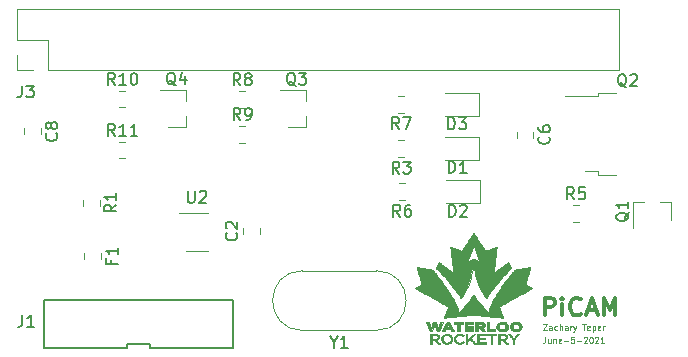
<source format=gbr>
G04 #@! TF.GenerationSoftware,KiCad,Pcbnew,(5.1.4)-1*
G04 #@! TF.CreationDate,2021-07-02T22:09:11-07:00*
G04 #@! TF.ProjectId,RocketPi,526f636b-6574-4506-992e-6b696361645f,rev?*
G04 #@! TF.SameCoordinates,Original*
G04 #@! TF.FileFunction,Legend,Top*
G04 #@! TF.FilePolarity,Positive*
%FSLAX46Y46*%
G04 Gerber Fmt 4.6, Leading zero omitted, Abs format (unit mm)*
G04 Created by KiCad (PCBNEW (5.1.4)-1) date 2021-07-02 22:09:11*
%MOMM*%
%LPD*%
G04 APERTURE LIST*
%ADD10C,0.100000*%
%ADD11C,0.300000*%
%ADD12C,0.010000*%
%ADD13C,0.120000*%
%ADD14C,0.150000*%
G04 APERTURE END LIST*
D10*
X116822838Y-70871590D02*
X116822838Y-71228733D01*
X116799028Y-71300161D01*
X116751409Y-71347780D01*
X116679980Y-71371590D01*
X116632361Y-71371590D01*
X117275219Y-71038257D02*
X117275219Y-71371590D01*
X117060933Y-71038257D02*
X117060933Y-71300161D01*
X117084742Y-71347780D01*
X117132361Y-71371590D01*
X117203790Y-71371590D01*
X117251409Y-71347780D01*
X117275219Y-71323971D01*
X117513314Y-71038257D02*
X117513314Y-71371590D01*
X117513314Y-71085876D02*
X117537123Y-71062066D01*
X117584742Y-71038257D01*
X117656171Y-71038257D01*
X117703790Y-71062066D01*
X117727600Y-71109685D01*
X117727600Y-71371590D01*
X118156171Y-71347780D02*
X118108552Y-71371590D01*
X118013314Y-71371590D01*
X117965695Y-71347780D01*
X117941885Y-71300161D01*
X117941885Y-71109685D01*
X117965695Y-71062066D01*
X118013314Y-71038257D01*
X118108552Y-71038257D01*
X118156171Y-71062066D01*
X118179980Y-71109685D01*
X118179980Y-71157304D01*
X117941885Y-71204923D01*
X118394266Y-71181114D02*
X118775219Y-71181114D01*
X119251409Y-70871590D02*
X119013314Y-70871590D01*
X118989504Y-71109685D01*
X119013314Y-71085876D01*
X119060933Y-71062066D01*
X119179980Y-71062066D01*
X119227600Y-71085876D01*
X119251409Y-71109685D01*
X119275219Y-71157304D01*
X119275219Y-71276352D01*
X119251409Y-71323971D01*
X119227600Y-71347780D01*
X119179980Y-71371590D01*
X119060933Y-71371590D01*
X119013314Y-71347780D01*
X118989504Y-71323971D01*
X119489504Y-71181114D02*
X119870457Y-71181114D01*
X120084742Y-70919209D02*
X120108552Y-70895400D01*
X120156171Y-70871590D01*
X120275219Y-70871590D01*
X120322838Y-70895400D01*
X120346647Y-70919209D01*
X120370457Y-70966828D01*
X120370457Y-71014447D01*
X120346647Y-71085876D01*
X120060933Y-71371590D01*
X120370457Y-71371590D01*
X120679980Y-70871590D02*
X120727600Y-70871590D01*
X120775219Y-70895400D01*
X120799028Y-70919209D01*
X120822838Y-70966828D01*
X120846647Y-71062066D01*
X120846647Y-71181114D01*
X120822838Y-71276352D01*
X120799028Y-71323971D01*
X120775219Y-71347780D01*
X120727600Y-71371590D01*
X120679980Y-71371590D01*
X120632361Y-71347780D01*
X120608552Y-71323971D01*
X120584742Y-71276352D01*
X120560933Y-71181114D01*
X120560933Y-71062066D01*
X120584742Y-70966828D01*
X120608552Y-70919209D01*
X120632361Y-70895400D01*
X120679980Y-70871590D01*
X121037123Y-70919209D02*
X121060933Y-70895400D01*
X121108552Y-70871590D01*
X121227600Y-70871590D01*
X121275219Y-70895400D01*
X121299028Y-70919209D01*
X121322838Y-70966828D01*
X121322838Y-71014447D01*
X121299028Y-71085876D01*
X121013314Y-71371590D01*
X121322838Y-71371590D01*
X121799028Y-71371590D02*
X121513314Y-71371590D01*
X121656171Y-71371590D02*
X121656171Y-70871590D01*
X121608552Y-70943019D01*
X121560933Y-70990638D01*
X121513314Y-71014447D01*
X116632361Y-69779390D02*
X116965695Y-69779390D01*
X116632361Y-70279390D01*
X116965695Y-70279390D01*
X117370457Y-70279390D02*
X117370457Y-70017485D01*
X117346647Y-69969866D01*
X117299028Y-69946057D01*
X117203790Y-69946057D01*
X117156171Y-69969866D01*
X117370457Y-70255580D02*
X117322838Y-70279390D01*
X117203790Y-70279390D01*
X117156171Y-70255580D01*
X117132361Y-70207961D01*
X117132361Y-70160342D01*
X117156171Y-70112723D01*
X117203790Y-70088914D01*
X117322838Y-70088914D01*
X117370457Y-70065104D01*
X117822838Y-70255580D02*
X117775219Y-70279390D01*
X117679980Y-70279390D01*
X117632361Y-70255580D01*
X117608552Y-70231771D01*
X117584742Y-70184152D01*
X117584742Y-70041295D01*
X117608552Y-69993676D01*
X117632361Y-69969866D01*
X117679980Y-69946057D01*
X117775219Y-69946057D01*
X117822838Y-69969866D01*
X118037123Y-70279390D02*
X118037123Y-69779390D01*
X118251409Y-70279390D02*
X118251409Y-70017485D01*
X118227600Y-69969866D01*
X118179980Y-69946057D01*
X118108552Y-69946057D01*
X118060933Y-69969866D01*
X118037123Y-69993676D01*
X118703790Y-70279390D02*
X118703790Y-70017485D01*
X118679980Y-69969866D01*
X118632361Y-69946057D01*
X118537123Y-69946057D01*
X118489504Y-69969866D01*
X118703790Y-70255580D02*
X118656171Y-70279390D01*
X118537123Y-70279390D01*
X118489504Y-70255580D01*
X118465695Y-70207961D01*
X118465695Y-70160342D01*
X118489504Y-70112723D01*
X118537123Y-70088914D01*
X118656171Y-70088914D01*
X118703790Y-70065104D01*
X118941885Y-70279390D02*
X118941885Y-69946057D01*
X118941885Y-70041295D02*
X118965695Y-69993676D01*
X118989504Y-69969866D01*
X119037123Y-69946057D01*
X119084742Y-69946057D01*
X119203790Y-69946057D02*
X119322838Y-70279390D01*
X119441885Y-69946057D02*
X119322838Y-70279390D01*
X119275219Y-70398438D01*
X119251409Y-70422247D01*
X119203790Y-70446057D01*
X119941885Y-69779390D02*
X120227600Y-69779390D01*
X120084742Y-70279390D02*
X120084742Y-69779390D01*
X120584742Y-70255580D02*
X120537123Y-70279390D01*
X120441885Y-70279390D01*
X120394266Y-70255580D01*
X120370457Y-70207961D01*
X120370457Y-70017485D01*
X120394266Y-69969866D01*
X120441885Y-69946057D01*
X120537123Y-69946057D01*
X120584742Y-69969866D01*
X120608552Y-70017485D01*
X120608552Y-70065104D01*
X120370457Y-70112723D01*
X120822838Y-69946057D02*
X120822838Y-70446057D01*
X120822838Y-69969866D02*
X120870457Y-69946057D01*
X120965695Y-69946057D01*
X121013314Y-69969866D01*
X121037123Y-69993676D01*
X121060933Y-70041295D01*
X121060933Y-70184152D01*
X121037123Y-70231771D01*
X121013314Y-70255580D01*
X120965695Y-70279390D01*
X120870457Y-70279390D01*
X120822838Y-70255580D01*
X121465695Y-70255580D02*
X121418076Y-70279390D01*
X121322838Y-70279390D01*
X121275219Y-70255580D01*
X121251409Y-70207961D01*
X121251409Y-70017485D01*
X121275219Y-69969866D01*
X121322838Y-69946057D01*
X121418076Y-69946057D01*
X121465695Y-69969866D01*
X121489504Y-70017485D01*
X121489504Y-70065104D01*
X121251409Y-70112723D01*
X121703790Y-70279390D02*
X121703790Y-69946057D01*
X121703790Y-70041295D02*
X121727600Y-69993676D01*
X121751409Y-69969866D01*
X121799028Y-69946057D01*
X121846647Y-69946057D01*
D11*
X116761000Y-69055371D02*
X116761000Y-67555371D01*
X117332428Y-67555371D01*
X117475285Y-67626800D01*
X117546714Y-67698228D01*
X117618142Y-67841085D01*
X117618142Y-68055371D01*
X117546714Y-68198228D01*
X117475285Y-68269657D01*
X117332428Y-68341085D01*
X116761000Y-68341085D01*
X118261000Y-69055371D02*
X118261000Y-68055371D01*
X118261000Y-67555371D02*
X118189571Y-67626800D01*
X118261000Y-67698228D01*
X118332428Y-67626800D01*
X118261000Y-67555371D01*
X118261000Y-67698228D01*
X119832428Y-68912514D02*
X119761000Y-68983942D01*
X119546714Y-69055371D01*
X119403857Y-69055371D01*
X119189571Y-68983942D01*
X119046714Y-68841085D01*
X118975285Y-68698228D01*
X118903857Y-68412514D01*
X118903857Y-68198228D01*
X118975285Y-67912514D01*
X119046714Y-67769657D01*
X119189571Y-67626800D01*
X119403857Y-67555371D01*
X119546714Y-67555371D01*
X119761000Y-67626800D01*
X119832428Y-67698228D01*
X120403857Y-68626800D02*
X121118142Y-68626800D01*
X120261000Y-69055371D02*
X120761000Y-67555371D01*
X121261000Y-69055371D01*
X121761000Y-69055371D02*
X121761000Y-67555371D01*
X122261000Y-68626800D01*
X122761000Y-67555371D01*
X122761000Y-69055371D01*
D12*
G36*
X110749801Y-62067906D02*
G01*
X110764573Y-62088973D01*
X110787707Y-62122887D01*
X110818555Y-62168669D01*
X110856463Y-62225338D01*
X110900782Y-62291916D01*
X110950860Y-62367422D01*
X111006045Y-62450876D01*
X111065687Y-62541300D01*
X111129134Y-62637713D01*
X111195736Y-62739136D01*
X111247714Y-62818433D01*
X111316278Y-62922994D01*
X111382195Y-63023285D01*
X111444813Y-63118325D01*
X111503480Y-63207135D01*
X111557543Y-63288735D01*
X111606351Y-63362145D01*
X111649249Y-63426386D01*
X111685587Y-63480477D01*
X111714711Y-63523439D01*
X111735969Y-63554292D01*
X111748709Y-63572056D01*
X111752287Y-63576200D01*
X111762762Y-63572916D01*
X111789749Y-63563489D01*
X111831503Y-63548551D01*
X111886281Y-63528736D01*
X111952338Y-63504679D01*
X112027930Y-63477013D01*
X112111313Y-63446373D01*
X112200742Y-63413392D01*
X112230015Y-63402571D01*
X112320791Y-63369077D01*
X112405918Y-63337820D01*
X112483676Y-63309421D01*
X112552344Y-63284500D01*
X112610202Y-63263678D01*
X112655532Y-63247578D01*
X112686611Y-63236818D01*
X112701722Y-63232021D01*
X112702909Y-63231850D01*
X112702393Y-63240474D01*
X112700066Y-63264961D01*
X112696039Y-63304320D01*
X112690418Y-63357560D01*
X112683314Y-63423689D01*
X112674834Y-63501716D01*
X112665088Y-63590650D01*
X112654184Y-63689500D01*
X112642231Y-63797273D01*
X112629338Y-63912980D01*
X112615613Y-64035628D01*
X112601165Y-64164227D01*
X112586103Y-64297785D01*
X112581992Y-64334160D01*
X112566788Y-64468883D01*
X112552177Y-64598918D01*
X112538267Y-64723274D01*
X112525167Y-64840957D01*
X112512985Y-64950977D01*
X112501828Y-65052342D01*
X112491807Y-65144059D01*
X112483027Y-65225137D01*
X112475599Y-65294585D01*
X112469629Y-65351409D01*
X112465227Y-65394619D01*
X112462501Y-65423222D01*
X112461558Y-65436227D01*
X112461622Y-65436934D01*
X112469499Y-65431971D01*
X112491146Y-65416574D01*
X112525453Y-65391569D01*
X112571309Y-65357780D01*
X112627605Y-65316034D01*
X112693232Y-65267157D01*
X112767079Y-65211974D01*
X112848038Y-65151311D01*
X112934998Y-65085994D01*
X113026849Y-65016849D01*
X113075360Y-64980270D01*
X113169383Y-64909365D01*
X113259123Y-64841750D01*
X113343465Y-64778262D01*
X113421290Y-64719738D01*
X113491484Y-64667016D01*
X113552930Y-64620933D01*
X113604511Y-64582328D01*
X113645112Y-64552037D01*
X113673616Y-64530898D01*
X113688906Y-64519749D01*
X113691251Y-64518181D01*
X113695810Y-64525396D01*
X113706331Y-64546680D01*
X113721992Y-64580182D01*
X113741969Y-64624050D01*
X113765441Y-64676433D01*
X113791586Y-64735478D01*
X113819581Y-64799334D01*
X113848604Y-64866150D01*
X113877833Y-64934073D01*
X113906444Y-65001251D01*
X113919572Y-65032342D01*
X113914599Y-65041237D01*
X113898775Y-65059795D01*
X113874669Y-65085165D01*
X113849414Y-65110126D01*
X113726842Y-65230838D01*
X113598523Y-65362238D01*
X113465688Y-65502828D01*
X113329565Y-65651109D01*
X113191385Y-65805584D01*
X113052378Y-65964753D01*
X112913773Y-66127118D01*
X112776801Y-66291182D01*
X112642690Y-66455445D01*
X112512672Y-66618410D01*
X112387976Y-66778578D01*
X112269831Y-66934451D01*
X112159468Y-67084530D01*
X112058116Y-67227317D01*
X111967006Y-67361314D01*
X111887366Y-67485023D01*
X111850620Y-67545249D01*
X111836358Y-67565354D01*
X111824156Y-67576149D01*
X111819709Y-67576671D01*
X111811441Y-67568092D01*
X111794863Y-67547723D01*
X111772054Y-67518223D01*
X111745092Y-67482251D01*
X111731812Y-67464189D01*
X111618450Y-67301026D01*
X111511580Y-67130404D01*
X111410819Y-66951377D01*
X111315781Y-66763000D01*
X111226082Y-66564327D01*
X111141336Y-66354413D01*
X111061160Y-66132312D01*
X110985167Y-65897080D01*
X110912974Y-65647771D01*
X110844196Y-65383438D01*
X110787772Y-65144650D01*
X110775905Y-65093264D01*
X110765000Y-65048032D01*
X110755686Y-65011410D01*
X110748594Y-64985852D01*
X110744354Y-64973814D01*
X110743774Y-64973200D01*
X110740223Y-64981052D01*
X110733895Y-65002687D01*
X110725547Y-65035224D01*
X110715938Y-65075781D01*
X110710916Y-65098083D01*
X110643602Y-65385916D01*
X110572544Y-65657880D01*
X110497413Y-65914789D01*
X110417882Y-66157454D01*
X110333622Y-66386691D01*
X110244305Y-66603311D01*
X110149602Y-66808129D01*
X110049186Y-67001958D01*
X109942728Y-67185611D01*
X109829901Y-67359902D01*
X109756187Y-67464189D01*
X109728008Y-67502252D01*
X109703023Y-67535071D01*
X109683309Y-67559988D01*
X109670944Y-67574343D01*
X109668290Y-67576671D01*
X109658905Y-67572738D01*
X109645303Y-67557302D01*
X109637379Y-67545249D01*
X109564716Y-67428294D01*
X109479963Y-67300248D01*
X109384348Y-67162609D01*
X109279103Y-67016877D01*
X109165459Y-66864550D01*
X109044644Y-66707128D01*
X108917891Y-66546109D01*
X108786428Y-66382993D01*
X108651487Y-66219279D01*
X108514298Y-66056466D01*
X108376092Y-65896052D01*
X108238097Y-65739537D01*
X108101546Y-65588420D01*
X107967668Y-65444200D01*
X107837694Y-65308375D01*
X107712854Y-65182446D01*
X107638705Y-65110126D01*
X107609515Y-65081194D01*
X107586412Y-65056627D01*
X107571967Y-65039273D01*
X107568427Y-65032299D01*
X107592755Y-64974632D01*
X107619014Y-64913203D01*
X107646324Y-64849997D01*
X107673804Y-64786996D01*
X107700572Y-64726185D01*
X107725747Y-64669547D01*
X107748449Y-64619065D01*
X107767795Y-64576722D01*
X107782905Y-64544502D01*
X107792896Y-64524388D01*
X107796811Y-64518280D01*
X107805042Y-64524072D01*
X107827047Y-64540274D01*
X107861711Y-64566051D01*
X107907917Y-64600563D01*
X107964548Y-64642976D01*
X108030487Y-64692449D01*
X108104620Y-64748148D01*
X108185828Y-64809233D01*
X108272996Y-64874869D01*
X108365007Y-64944217D01*
X108412752Y-64980227D01*
X108506677Y-65051008D01*
X108596276Y-65118383D01*
X108680440Y-65181527D01*
X108758060Y-65239614D01*
X108828025Y-65291819D01*
X108889226Y-65337315D01*
X108940554Y-65375278D01*
X108980899Y-65404880D01*
X109009150Y-65425297D01*
X109024198Y-65435702D01*
X109026433Y-65436887D01*
X109025978Y-65428211D01*
X109023712Y-65403671D01*
X109019742Y-65364261D01*
X109014176Y-65310972D01*
X109007123Y-65244795D01*
X108998691Y-65166723D01*
X108988988Y-65077747D01*
X108978122Y-64978859D01*
X108966203Y-64871051D01*
X108953337Y-64755314D01*
X108939634Y-64632641D01*
X108926579Y-64516300D01*
X110230022Y-64516300D01*
X110235505Y-64512860D01*
X110252300Y-64499910D01*
X110277454Y-64479762D01*
X110294940Y-64465500D01*
X110334114Y-64435752D01*
X110377740Y-64406311D01*
X110417771Y-64382533D01*
X110426187Y-64378145D01*
X110494974Y-64347438D01*
X110561662Y-64326592D01*
X110632451Y-64314277D01*
X110713543Y-64309159D01*
X110748980Y-64308827D01*
X110804082Y-64309436D01*
X110845361Y-64311463D01*
X110878898Y-64315624D01*
X110910775Y-64322634D01*
X110941568Y-64331511D01*
X111029448Y-64363611D01*
X111106925Y-64403853D01*
X111181166Y-64456060D01*
X111192883Y-64465500D01*
X111221630Y-64488785D01*
X111243746Y-64506239D01*
X111256277Y-64515554D01*
X111257978Y-64516300D01*
X111254707Y-64507715D01*
X111245956Y-64484140D01*
X111232160Y-64446756D01*
X111213750Y-64396742D01*
X111191161Y-64335279D01*
X111164825Y-64263546D01*
X111135177Y-64182726D01*
X111102650Y-64093996D01*
X111067676Y-63998539D01*
X111030690Y-63897533D01*
X111002221Y-63819752D01*
X110964015Y-63715504D01*
X110927445Y-63616022D01*
X110892947Y-63522475D01*
X110860959Y-63436035D01*
X110831917Y-63357871D01*
X110806258Y-63289155D01*
X110784419Y-63231057D01*
X110766836Y-63184747D01*
X110753947Y-63151397D01*
X110746188Y-63132176D01*
X110744000Y-63127737D01*
X110740361Y-63135630D01*
X110731266Y-63158527D01*
X110717151Y-63195259D01*
X110698453Y-63244654D01*
X110675608Y-63305543D01*
X110649054Y-63376753D01*
X110619228Y-63457116D01*
X110586565Y-63545461D01*
X110551503Y-63640616D01*
X110514479Y-63741411D01*
X110485779Y-63819752D01*
X110447580Y-63924109D01*
X110411072Y-64023794D01*
X110376689Y-64117625D01*
X110344865Y-64204423D01*
X110316031Y-64283008D01*
X110290623Y-64352198D01*
X110269073Y-64410815D01*
X110251814Y-64457677D01*
X110239280Y-64491605D01*
X110231905Y-64511418D01*
X110230022Y-64516300D01*
X108926579Y-64516300D01*
X108925201Y-64504023D01*
X108910147Y-64370453D01*
X108906043Y-64334130D01*
X108890839Y-64199412D01*
X108876222Y-64069388D01*
X108862301Y-63945047D01*
X108849183Y-63827383D01*
X108836978Y-63717386D01*
X108825794Y-63616047D01*
X108815739Y-63524359D01*
X108806923Y-63443312D01*
X108799454Y-63373898D01*
X108793440Y-63317108D01*
X108788990Y-63273933D01*
X108786214Y-63245366D01*
X108785218Y-63232397D01*
X108785268Y-63231700D01*
X108794808Y-63234393D01*
X108820881Y-63243251D01*
X108861768Y-63257653D01*
X108915749Y-63276980D01*
X108981104Y-63300611D01*
X109056113Y-63327926D01*
X109139057Y-63358306D01*
X109228216Y-63391130D01*
X109258854Y-63402446D01*
X109349872Y-63436038D01*
X109435375Y-63467490D01*
X109513624Y-63496172D01*
X109582877Y-63521449D01*
X109641395Y-63542689D01*
X109687437Y-63559258D01*
X109719262Y-63570523D01*
X109735130Y-63575852D01*
X109736557Y-63576200D01*
X109742355Y-63568959D01*
X109757165Y-63547891D01*
X109780336Y-63513975D01*
X109811216Y-63468190D01*
X109849154Y-63411518D01*
X109893498Y-63344936D01*
X109943596Y-63269426D01*
X109998798Y-63185966D01*
X110058451Y-63095538D01*
X110121904Y-62999119D01*
X110188506Y-62897692D01*
X110240452Y-62818433D01*
X110308994Y-62713875D01*
X110374875Y-62613588D01*
X110437441Y-62518550D01*
X110496043Y-62429742D01*
X110550030Y-62348143D01*
X110598750Y-62274733D01*
X110641552Y-62210493D01*
X110677785Y-62156401D01*
X110706798Y-62113437D01*
X110727940Y-62082582D01*
X110740559Y-62064814D01*
X110744045Y-62060667D01*
X110749801Y-62067906D01*
X110749801Y-62067906D01*
G37*
X110749801Y-62067906D02*
X110764573Y-62088973D01*
X110787707Y-62122887D01*
X110818555Y-62168669D01*
X110856463Y-62225338D01*
X110900782Y-62291916D01*
X110950860Y-62367422D01*
X111006045Y-62450876D01*
X111065687Y-62541300D01*
X111129134Y-62637713D01*
X111195736Y-62739136D01*
X111247714Y-62818433D01*
X111316278Y-62922994D01*
X111382195Y-63023285D01*
X111444813Y-63118325D01*
X111503480Y-63207135D01*
X111557543Y-63288735D01*
X111606351Y-63362145D01*
X111649249Y-63426386D01*
X111685587Y-63480477D01*
X111714711Y-63523439D01*
X111735969Y-63554292D01*
X111748709Y-63572056D01*
X111752287Y-63576200D01*
X111762762Y-63572916D01*
X111789749Y-63563489D01*
X111831503Y-63548551D01*
X111886281Y-63528736D01*
X111952338Y-63504679D01*
X112027930Y-63477013D01*
X112111313Y-63446373D01*
X112200742Y-63413392D01*
X112230015Y-63402571D01*
X112320791Y-63369077D01*
X112405918Y-63337820D01*
X112483676Y-63309421D01*
X112552344Y-63284500D01*
X112610202Y-63263678D01*
X112655532Y-63247578D01*
X112686611Y-63236818D01*
X112701722Y-63232021D01*
X112702909Y-63231850D01*
X112702393Y-63240474D01*
X112700066Y-63264961D01*
X112696039Y-63304320D01*
X112690418Y-63357560D01*
X112683314Y-63423689D01*
X112674834Y-63501716D01*
X112665088Y-63590650D01*
X112654184Y-63689500D01*
X112642231Y-63797273D01*
X112629338Y-63912980D01*
X112615613Y-64035628D01*
X112601165Y-64164227D01*
X112586103Y-64297785D01*
X112581992Y-64334160D01*
X112566788Y-64468883D01*
X112552177Y-64598918D01*
X112538267Y-64723274D01*
X112525167Y-64840957D01*
X112512985Y-64950977D01*
X112501828Y-65052342D01*
X112491807Y-65144059D01*
X112483027Y-65225137D01*
X112475599Y-65294585D01*
X112469629Y-65351409D01*
X112465227Y-65394619D01*
X112462501Y-65423222D01*
X112461558Y-65436227D01*
X112461622Y-65436934D01*
X112469499Y-65431971D01*
X112491146Y-65416574D01*
X112525453Y-65391569D01*
X112571309Y-65357780D01*
X112627605Y-65316034D01*
X112693232Y-65267157D01*
X112767079Y-65211974D01*
X112848038Y-65151311D01*
X112934998Y-65085994D01*
X113026849Y-65016849D01*
X113075360Y-64980270D01*
X113169383Y-64909365D01*
X113259123Y-64841750D01*
X113343465Y-64778262D01*
X113421290Y-64719738D01*
X113491484Y-64667016D01*
X113552930Y-64620933D01*
X113604511Y-64582328D01*
X113645112Y-64552037D01*
X113673616Y-64530898D01*
X113688906Y-64519749D01*
X113691251Y-64518181D01*
X113695810Y-64525396D01*
X113706331Y-64546680D01*
X113721992Y-64580182D01*
X113741969Y-64624050D01*
X113765441Y-64676433D01*
X113791586Y-64735478D01*
X113819581Y-64799334D01*
X113848604Y-64866150D01*
X113877833Y-64934073D01*
X113906444Y-65001251D01*
X113919572Y-65032342D01*
X113914599Y-65041237D01*
X113898775Y-65059795D01*
X113874669Y-65085165D01*
X113849414Y-65110126D01*
X113726842Y-65230838D01*
X113598523Y-65362238D01*
X113465688Y-65502828D01*
X113329565Y-65651109D01*
X113191385Y-65805584D01*
X113052378Y-65964753D01*
X112913773Y-66127118D01*
X112776801Y-66291182D01*
X112642690Y-66455445D01*
X112512672Y-66618410D01*
X112387976Y-66778578D01*
X112269831Y-66934451D01*
X112159468Y-67084530D01*
X112058116Y-67227317D01*
X111967006Y-67361314D01*
X111887366Y-67485023D01*
X111850620Y-67545249D01*
X111836358Y-67565354D01*
X111824156Y-67576149D01*
X111819709Y-67576671D01*
X111811441Y-67568092D01*
X111794863Y-67547723D01*
X111772054Y-67518223D01*
X111745092Y-67482251D01*
X111731812Y-67464189D01*
X111618450Y-67301026D01*
X111511580Y-67130404D01*
X111410819Y-66951377D01*
X111315781Y-66763000D01*
X111226082Y-66564327D01*
X111141336Y-66354413D01*
X111061160Y-66132312D01*
X110985167Y-65897080D01*
X110912974Y-65647771D01*
X110844196Y-65383438D01*
X110787772Y-65144650D01*
X110775905Y-65093264D01*
X110765000Y-65048032D01*
X110755686Y-65011410D01*
X110748594Y-64985852D01*
X110744354Y-64973814D01*
X110743774Y-64973200D01*
X110740223Y-64981052D01*
X110733895Y-65002687D01*
X110725547Y-65035224D01*
X110715938Y-65075781D01*
X110710916Y-65098083D01*
X110643602Y-65385916D01*
X110572544Y-65657880D01*
X110497413Y-65914789D01*
X110417882Y-66157454D01*
X110333622Y-66386691D01*
X110244305Y-66603311D01*
X110149602Y-66808129D01*
X110049186Y-67001958D01*
X109942728Y-67185611D01*
X109829901Y-67359902D01*
X109756187Y-67464189D01*
X109728008Y-67502252D01*
X109703023Y-67535071D01*
X109683309Y-67559988D01*
X109670944Y-67574343D01*
X109668290Y-67576671D01*
X109658905Y-67572738D01*
X109645303Y-67557302D01*
X109637379Y-67545249D01*
X109564716Y-67428294D01*
X109479963Y-67300248D01*
X109384348Y-67162609D01*
X109279103Y-67016877D01*
X109165459Y-66864550D01*
X109044644Y-66707128D01*
X108917891Y-66546109D01*
X108786428Y-66382993D01*
X108651487Y-66219279D01*
X108514298Y-66056466D01*
X108376092Y-65896052D01*
X108238097Y-65739537D01*
X108101546Y-65588420D01*
X107967668Y-65444200D01*
X107837694Y-65308375D01*
X107712854Y-65182446D01*
X107638705Y-65110126D01*
X107609515Y-65081194D01*
X107586412Y-65056627D01*
X107571967Y-65039273D01*
X107568427Y-65032299D01*
X107592755Y-64974632D01*
X107619014Y-64913203D01*
X107646324Y-64849997D01*
X107673804Y-64786996D01*
X107700572Y-64726185D01*
X107725747Y-64669547D01*
X107748449Y-64619065D01*
X107767795Y-64576722D01*
X107782905Y-64544502D01*
X107792896Y-64524388D01*
X107796811Y-64518280D01*
X107805042Y-64524072D01*
X107827047Y-64540274D01*
X107861711Y-64566051D01*
X107907917Y-64600563D01*
X107964548Y-64642976D01*
X108030487Y-64692449D01*
X108104620Y-64748148D01*
X108185828Y-64809233D01*
X108272996Y-64874869D01*
X108365007Y-64944217D01*
X108412752Y-64980227D01*
X108506677Y-65051008D01*
X108596276Y-65118383D01*
X108680440Y-65181527D01*
X108758060Y-65239614D01*
X108828025Y-65291819D01*
X108889226Y-65337315D01*
X108940554Y-65375278D01*
X108980899Y-65404880D01*
X109009150Y-65425297D01*
X109024198Y-65435702D01*
X109026433Y-65436887D01*
X109025978Y-65428211D01*
X109023712Y-65403671D01*
X109019742Y-65364261D01*
X109014176Y-65310972D01*
X109007123Y-65244795D01*
X108998691Y-65166723D01*
X108988988Y-65077747D01*
X108978122Y-64978859D01*
X108966203Y-64871051D01*
X108953337Y-64755314D01*
X108939634Y-64632641D01*
X108926579Y-64516300D01*
X110230022Y-64516300D01*
X110235505Y-64512860D01*
X110252300Y-64499910D01*
X110277454Y-64479762D01*
X110294940Y-64465500D01*
X110334114Y-64435752D01*
X110377740Y-64406311D01*
X110417771Y-64382533D01*
X110426187Y-64378145D01*
X110494974Y-64347438D01*
X110561662Y-64326592D01*
X110632451Y-64314277D01*
X110713543Y-64309159D01*
X110748980Y-64308827D01*
X110804082Y-64309436D01*
X110845361Y-64311463D01*
X110878898Y-64315624D01*
X110910775Y-64322634D01*
X110941568Y-64331511D01*
X111029448Y-64363611D01*
X111106925Y-64403853D01*
X111181166Y-64456060D01*
X111192883Y-64465500D01*
X111221630Y-64488785D01*
X111243746Y-64506239D01*
X111256277Y-64515554D01*
X111257978Y-64516300D01*
X111254707Y-64507715D01*
X111245956Y-64484140D01*
X111232160Y-64446756D01*
X111213750Y-64396742D01*
X111191161Y-64335279D01*
X111164825Y-64263546D01*
X111135177Y-64182726D01*
X111102650Y-64093996D01*
X111067676Y-63998539D01*
X111030690Y-63897533D01*
X111002221Y-63819752D01*
X110964015Y-63715504D01*
X110927445Y-63616022D01*
X110892947Y-63522475D01*
X110860959Y-63436035D01*
X110831917Y-63357871D01*
X110806258Y-63289155D01*
X110784419Y-63231057D01*
X110766836Y-63184747D01*
X110753947Y-63151397D01*
X110746188Y-63132176D01*
X110744000Y-63127737D01*
X110740361Y-63135630D01*
X110731266Y-63158527D01*
X110717151Y-63195259D01*
X110698453Y-63244654D01*
X110675608Y-63305543D01*
X110649054Y-63376753D01*
X110619228Y-63457116D01*
X110586565Y-63545461D01*
X110551503Y-63640616D01*
X110514479Y-63741411D01*
X110485779Y-63819752D01*
X110447580Y-63924109D01*
X110411072Y-64023794D01*
X110376689Y-64117625D01*
X110344865Y-64204423D01*
X110316031Y-64283008D01*
X110290623Y-64352198D01*
X110269073Y-64410815D01*
X110251814Y-64457677D01*
X110239280Y-64491605D01*
X110231905Y-64511418D01*
X110230022Y-64516300D01*
X108926579Y-64516300D01*
X108925201Y-64504023D01*
X108910147Y-64370453D01*
X108906043Y-64334130D01*
X108890839Y-64199412D01*
X108876222Y-64069388D01*
X108862301Y-63945047D01*
X108849183Y-63827383D01*
X108836978Y-63717386D01*
X108825794Y-63616047D01*
X108815739Y-63524359D01*
X108806923Y-63443312D01*
X108799454Y-63373898D01*
X108793440Y-63317108D01*
X108788990Y-63273933D01*
X108786214Y-63245366D01*
X108785218Y-63232397D01*
X108785268Y-63231700D01*
X108794808Y-63234393D01*
X108820881Y-63243251D01*
X108861768Y-63257653D01*
X108915749Y-63276980D01*
X108981104Y-63300611D01*
X109056113Y-63327926D01*
X109139057Y-63358306D01*
X109228216Y-63391130D01*
X109258854Y-63402446D01*
X109349872Y-63436038D01*
X109435375Y-63467490D01*
X109513624Y-63496172D01*
X109582877Y-63521449D01*
X109641395Y-63542689D01*
X109687437Y-63559258D01*
X109719262Y-63570523D01*
X109735130Y-63575852D01*
X109736557Y-63576200D01*
X109742355Y-63568959D01*
X109757165Y-63547891D01*
X109780336Y-63513975D01*
X109811216Y-63468190D01*
X109849154Y-63411518D01*
X109893498Y-63344936D01*
X109943596Y-63269426D01*
X109998798Y-63185966D01*
X110058451Y-63095538D01*
X110121904Y-62999119D01*
X110188506Y-62897692D01*
X110240452Y-62818433D01*
X110308994Y-62713875D01*
X110374875Y-62613588D01*
X110437441Y-62518550D01*
X110496043Y-62429742D01*
X110550030Y-62348143D01*
X110598750Y-62274733D01*
X110641552Y-62210493D01*
X110677785Y-62156401D01*
X110706798Y-62113437D01*
X110727940Y-62082582D01*
X110740559Y-62064814D01*
X110744045Y-62060667D01*
X110749801Y-62067906D01*
G36*
X105935789Y-64960646D02*
G01*
X105963629Y-64964521D01*
X106007079Y-64971051D01*
X106064176Y-64979913D01*
X106132954Y-64990782D01*
X106211449Y-65003335D01*
X106297697Y-65017250D01*
X106389733Y-65032202D01*
X106485594Y-65047869D01*
X106583314Y-65063926D01*
X106680929Y-65080051D01*
X106776475Y-65095919D01*
X106867987Y-65111209D01*
X106953501Y-65125596D01*
X107031053Y-65138756D01*
X107098678Y-65150367D01*
X107154411Y-65160106D01*
X107196289Y-65167647D01*
X107222346Y-65172670D01*
X107230158Y-65174525D01*
X107242678Y-65183596D01*
X107265284Y-65204768D01*
X107296453Y-65236379D01*
X107334662Y-65276768D01*
X107378390Y-65324275D01*
X107426113Y-65377237D01*
X107476310Y-65433994D01*
X107527457Y-65492884D01*
X107578033Y-65552247D01*
X107596576Y-65574333D01*
X107750026Y-65762041D01*
X107902144Y-65956220D01*
X108052156Y-66155588D01*
X108199282Y-66358866D01*
X108342747Y-66564772D01*
X108481772Y-66772024D01*
X108615580Y-66979342D01*
X108743395Y-67185445D01*
X108864439Y-67389052D01*
X108977934Y-67588882D01*
X109083103Y-67783653D01*
X109179170Y-67972085D01*
X109265356Y-68152896D01*
X109340885Y-68324806D01*
X109404979Y-68486534D01*
X109456861Y-68636798D01*
X109459163Y-68644123D01*
X109491126Y-68746346D01*
X109582171Y-68665222D01*
X109779716Y-68483036D01*
X109960830Y-68302677D01*
X110128149Y-68121074D01*
X110284310Y-67935154D01*
X110431951Y-67741844D01*
X110573709Y-67538071D01*
X110649005Y-67422183D01*
X110677031Y-67378670D01*
X110702161Y-67340819D01*
X110722782Y-67310966D01*
X110737281Y-67291448D01*
X110744000Y-67284600D01*
X110750915Y-67291693D01*
X110765537Y-67311417D01*
X110786253Y-67341433D01*
X110811449Y-67379406D01*
X110838994Y-67422183D01*
X110978635Y-67632868D01*
X111122727Y-67831427D01*
X111273906Y-68020933D01*
X111434808Y-68204457D01*
X111608072Y-68385073D01*
X111796333Y-68565853D01*
X111905866Y-68665255D01*
X111996949Y-68746413D01*
X112019323Y-68673790D01*
X112072568Y-68516064D01*
X112138405Y-68346946D01*
X112216127Y-68167649D01*
X112305026Y-67979388D01*
X112404396Y-67783379D01*
X112513530Y-67580835D01*
X112631720Y-67372973D01*
X112758259Y-67161005D01*
X112892441Y-66946148D01*
X113033557Y-66729615D01*
X113180902Y-66512622D01*
X113333769Y-66296383D01*
X113491449Y-66082113D01*
X113643519Y-65883460D01*
X113713021Y-65795253D01*
X113782657Y-65708456D01*
X113851421Y-65624224D01*
X113918305Y-65543710D01*
X113982301Y-65468067D01*
X114042403Y-65398448D01*
X114097603Y-65336007D01*
X114146894Y-65281895D01*
X114189270Y-65237268D01*
X114223722Y-65203277D01*
X114249243Y-65181076D01*
X114264828Y-65171819D01*
X114265137Y-65171752D01*
X114290928Y-65166972D01*
X114332561Y-65159667D01*
X114388071Y-65150158D01*
X114455498Y-65138766D01*
X114532878Y-65125810D01*
X114618250Y-65111611D01*
X114709652Y-65096490D01*
X114805120Y-65080768D01*
X114902694Y-65064765D01*
X115000411Y-65048801D01*
X115096308Y-65033197D01*
X115188423Y-65018274D01*
X115274794Y-65004352D01*
X115353459Y-64991751D01*
X115422456Y-64980793D01*
X115479822Y-64971798D01*
X115523595Y-64965086D01*
X115551813Y-64960978D01*
X115562514Y-64959794D01*
X115562548Y-64959810D01*
X115560866Y-64968449D01*
X115554558Y-64992319D01*
X115543965Y-65030255D01*
X115529428Y-65081088D01*
X115511288Y-65143654D01*
X115489887Y-65216785D01*
X115465566Y-65299314D01*
X115438668Y-65390075D01*
X115409532Y-65487901D01*
X115378501Y-65591625D01*
X115345916Y-65700082D01*
X115345609Y-65701101D01*
X115313007Y-65809556D01*
X115281936Y-65913257D01*
X115252738Y-66011041D01*
X115225755Y-66101745D01*
X115201331Y-66184205D01*
X115179807Y-66257259D01*
X115161528Y-66319743D01*
X115146835Y-66370493D01*
X115136071Y-66408347D01*
X115129580Y-66432141D01*
X115127703Y-66440712D01*
X115127709Y-66440718D01*
X115137026Y-66445335D01*
X115161675Y-66457292D01*
X115199633Y-66475616D01*
X115248877Y-66499332D01*
X115307386Y-66527467D01*
X115373137Y-66559045D01*
X115428473Y-66585596D01*
X115498222Y-66619303D01*
X115561965Y-66650601D01*
X115617735Y-66678485D01*
X115663561Y-66701949D01*
X115697475Y-66719989D01*
X115717508Y-66731598D01*
X115722223Y-66735564D01*
X115713693Y-66740942D01*
X115689334Y-66755081D01*
X115650012Y-66777497D01*
X115596589Y-66807708D01*
X115529930Y-66845231D01*
X115450898Y-66889583D01*
X115360357Y-66940281D01*
X115259171Y-66996843D01*
X115148203Y-67058785D01*
X115028319Y-67125625D01*
X114900380Y-67196880D01*
X114765252Y-67272066D01*
X114623798Y-67350702D01*
X114476881Y-67432304D01*
X114325367Y-67516390D01*
X114314847Y-67522225D01*
X114163035Y-67606488D01*
X114015766Y-67688330D01*
X113873904Y-67767268D01*
X113738312Y-67842815D01*
X113609855Y-67914489D01*
X113489397Y-67981803D01*
X113377802Y-68044274D01*
X113275932Y-68101417D01*
X113184654Y-68152747D01*
X113104830Y-68197779D01*
X113037324Y-68236029D01*
X112983000Y-68267013D01*
X112942723Y-68290244D01*
X112917356Y-68305240D01*
X112907762Y-68311515D01*
X112907705Y-68311611D01*
X112910135Y-68321395D01*
X112918119Y-68345818D01*
X112931124Y-68383395D01*
X112948614Y-68432643D01*
X112970056Y-68492076D01*
X112994915Y-68560211D01*
X113022656Y-68635563D01*
X113052746Y-68716648D01*
X113074477Y-68774841D01*
X113105931Y-68859057D01*
X113135494Y-68938591D01*
X113162622Y-69011955D01*
X113186771Y-69077657D01*
X113207397Y-69134207D01*
X113223955Y-69180117D01*
X113235901Y-69213896D01*
X113242691Y-69234053D01*
X113244085Y-69239225D01*
X113237989Y-69246720D01*
X113217412Y-69246718D01*
X113211784Y-69245953D01*
X113197942Y-69244354D01*
X113165557Y-69240872D01*
X113115863Y-69235636D01*
X113050099Y-69228772D01*
X112969500Y-69220409D01*
X112875304Y-69210674D01*
X112768746Y-69199694D01*
X112651064Y-69187596D01*
X112523495Y-69174509D01*
X112387274Y-69160559D01*
X112243638Y-69145874D01*
X112093825Y-69130582D01*
X111962821Y-69117229D01*
X110746230Y-68993302D01*
X109532389Y-69116940D01*
X109378371Y-69132636D01*
X109229410Y-69147834D01*
X109086753Y-69162406D01*
X108951642Y-69176224D01*
X108825324Y-69189159D01*
X108709042Y-69201085D01*
X108604042Y-69211872D01*
X108511568Y-69221394D01*
X108432866Y-69229523D01*
X108369179Y-69236130D01*
X108321754Y-69241088D01*
X108291833Y-69244269D01*
X108281196Y-69245466D01*
X108254434Y-69246914D01*
X108244113Y-69241720D01*
X108243843Y-69239904D01*
X108246781Y-69230105D01*
X108255237Y-69205656D01*
X108268668Y-69168037D01*
X108286535Y-69118729D01*
X108308296Y-69059213D01*
X108333410Y-68990970D01*
X108361336Y-68915480D01*
X108391535Y-68834225D01*
X108414100Y-68773733D01*
X108445506Y-68689369D01*
X108474917Y-68609777D01*
X108501805Y-68536428D01*
X108525640Y-68470794D01*
X108545894Y-68414346D01*
X108562037Y-68368555D01*
X108573541Y-68334892D01*
X108579877Y-68314830D01*
X108580944Y-68309637D01*
X108572368Y-68304178D01*
X108547965Y-68289959D01*
X108508598Y-68267464D01*
X108455133Y-68237175D01*
X108388432Y-68199576D01*
X108309361Y-68155151D01*
X108218782Y-68104383D01*
X108117561Y-68047754D01*
X108006561Y-67985750D01*
X107886647Y-67918852D01*
X107758682Y-67847545D01*
X107623531Y-67772312D01*
X107482058Y-67693636D01*
X107335127Y-67612001D01*
X107183601Y-67527889D01*
X107173080Y-67522052D01*
X107021285Y-67437799D01*
X106874029Y-67356000D01*
X106732176Y-67277135D01*
X106596590Y-67201689D01*
X106468134Y-67130143D01*
X106347673Y-67062981D01*
X106236069Y-67000685D01*
X106134187Y-66943739D01*
X106042890Y-66892624D01*
X105963042Y-66847824D01*
X105895506Y-66809822D01*
X105841146Y-66779100D01*
X105800826Y-66756140D01*
X105775409Y-66741426D01*
X105765760Y-66735441D01*
X105765697Y-66735362D01*
X105773363Y-66729599D01*
X105796472Y-66716616D01*
X105833055Y-66697414D01*
X105881140Y-66672999D01*
X105938758Y-66644373D01*
X106003936Y-66612539D01*
X106059519Y-66585763D01*
X106129550Y-66552202D01*
X106193924Y-66521307D01*
X106250615Y-66494055D01*
X106297602Y-66471419D01*
X106332859Y-66454374D01*
X106354363Y-66443895D01*
X106360290Y-66440904D01*
X106358468Y-66432487D01*
X106352027Y-66408834D01*
X106341310Y-66371109D01*
X106326660Y-66320475D01*
X106308419Y-66258096D01*
X106286930Y-66185135D01*
X106262536Y-66102757D01*
X106235580Y-66012125D01*
X106206403Y-65914402D01*
X106175350Y-65810753D01*
X106142763Y-65702340D01*
X106142390Y-65701101D01*
X106109793Y-65592605D01*
X106078748Y-65488829D01*
X106049597Y-65390939D01*
X106022681Y-65300103D01*
X105998341Y-65217487D01*
X105976919Y-65144258D01*
X105958755Y-65081583D01*
X105944192Y-65030629D01*
X105933571Y-64992561D01*
X105927232Y-64968548D01*
X105925517Y-64959755D01*
X105925524Y-64959748D01*
X105935789Y-64960646D01*
X105935789Y-64960646D01*
G37*
X105935789Y-64960646D02*
X105963629Y-64964521D01*
X106007079Y-64971051D01*
X106064176Y-64979913D01*
X106132954Y-64990782D01*
X106211449Y-65003335D01*
X106297697Y-65017250D01*
X106389733Y-65032202D01*
X106485594Y-65047869D01*
X106583314Y-65063926D01*
X106680929Y-65080051D01*
X106776475Y-65095919D01*
X106867987Y-65111209D01*
X106953501Y-65125596D01*
X107031053Y-65138756D01*
X107098678Y-65150367D01*
X107154411Y-65160106D01*
X107196289Y-65167647D01*
X107222346Y-65172670D01*
X107230158Y-65174525D01*
X107242678Y-65183596D01*
X107265284Y-65204768D01*
X107296453Y-65236379D01*
X107334662Y-65276768D01*
X107378390Y-65324275D01*
X107426113Y-65377237D01*
X107476310Y-65433994D01*
X107527457Y-65492884D01*
X107578033Y-65552247D01*
X107596576Y-65574333D01*
X107750026Y-65762041D01*
X107902144Y-65956220D01*
X108052156Y-66155588D01*
X108199282Y-66358866D01*
X108342747Y-66564772D01*
X108481772Y-66772024D01*
X108615580Y-66979342D01*
X108743395Y-67185445D01*
X108864439Y-67389052D01*
X108977934Y-67588882D01*
X109083103Y-67783653D01*
X109179170Y-67972085D01*
X109265356Y-68152896D01*
X109340885Y-68324806D01*
X109404979Y-68486534D01*
X109456861Y-68636798D01*
X109459163Y-68644123D01*
X109491126Y-68746346D01*
X109582171Y-68665222D01*
X109779716Y-68483036D01*
X109960830Y-68302677D01*
X110128149Y-68121074D01*
X110284310Y-67935154D01*
X110431951Y-67741844D01*
X110573709Y-67538071D01*
X110649005Y-67422183D01*
X110677031Y-67378670D01*
X110702161Y-67340819D01*
X110722782Y-67310966D01*
X110737281Y-67291448D01*
X110744000Y-67284600D01*
X110750915Y-67291693D01*
X110765537Y-67311417D01*
X110786253Y-67341433D01*
X110811449Y-67379406D01*
X110838994Y-67422183D01*
X110978635Y-67632868D01*
X111122727Y-67831427D01*
X111273906Y-68020933D01*
X111434808Y-68204457D01*
X111608072Y-68385073D01*
X111796333Y-68565853D01*
X111905866Y-68665255D01*
X111996949Y-68746413D01*
X112019323Y-68673790D01*
X112072568Y-68516064D01*
X112138405Y-68346946D01*
X112216127Y-68167649D01*
X112305026Y-67979388D01*
X112404396Y-67783379D01*
X112513530Y-67580835D01*
X112631720Y-67372973D01*
X112758259Y-67161005D01*
X112892441Y-66946148D01*
X113033557Y-66729615D01*
X113180902Y-66512622D01*
X113333769Y-66296383D01*
X113491449Y-66082113D01*
X113643519Y-65883460D01*
X113713021Y-65795253D01*
X113782657Y-65708456D01*
X113851421Y-65624224D01*
X113918305Y-65543710D01*
X113982301Y-65468067D01*
X114042403Y-65398448D01*
X114097603Y-65336007D01*
X114146894Y-65281895D01*
X114189270Y-65237268D01*
X114223722Y-65203277D01*
X114249243Y-65181076D01*
X114264828Y-65171819D01*
X114265137Y-65171752D01*
X114290928Y-65166972D01*
X114332561Y-65159667D01*
X114388071Y-65150158D01*
X114455498Y-65138766D01*
X114532878Y-65125810D01*
X114618250Y-65111611D01*
X114709652Y-65096490D01*
X114805120Y-65080768D01*
X114902694Y-65064765D01*
X115000411Y-65048801D01*
X115096308Y-65033197D01*
X115188423Y-65018274D01*
X115274794Y-65004352D01*
X115353459Y-64991751D01*
X115422456Y-64980793D01*
X115479822Y-64971798D01*
X115523595Y-64965086D01*
X115551813Y-64960978D01*
X115562514Y-64959794D01*
X115562548Y-64959810D01*
X115560866Y-64968449D01*
X115554558Y-64992319D01*
X115543965Y-65030255D01*
X115529428Y-65081088D01*
X115511288Y-65143654D01*
X115489887Y-65216785D01*
X115465566Y-65299314D01*
X115438668Y-65390075D01*
X115409532Y-65487901D01*
X115378501Y-65591625D01*
X115345916Y-65700082D01*
X115345609Y-65701101D01*
X115313007Y-65809556D01*
X115281936Y-65913257D01*
X115252738Y-66011041D01*
X115225755Y-66101745D01*
X115201331Y-66184205D01*
X115179807Y-66257259D01*
X115161528Y-66319743D01*
X115146835Y-66370493D01*
X115136071Y-66408347D01*
X115129580Y-66432141D01*
X115127703Y-66440712D01*
X115127709Y-66440718D01*
X115137026Y-66445335D01*
X115161675Y-66457292D01*
X115199633Y-66475616D01*
X115248877Y-66499332D01*
X115307386Y-66527467D01*
X115373137Y-66559045D01*
X115428473Y-66585596D01*
X115498222Y-66619303D01*
X115561965Y-66650601D01*
X115617735Y-66678485D01*
X115663561Y-66701949D01*
X115697475Y-66719989D01*
X115717508Y-66731598D01*
X115722223Y-66735564D01*
X115713693Y-66740942D01*
X115689334Y-66755081D01*
X115650012Y-66777497D01*
X115596589Y-66807708D01*
X115529930Y-66845231D01*
X115450898Y-66889583D01*
X115360357Y-66940281D01*
X115259171Y-66996843D01*
X115148203Y-67058785D01*
X115028319Y-67125625D01*
X114900380Y-67196880D01*
X114765252Y-67272066D01*
X114623798Y-67350702D01*
X114476881Y-67432304D01*
X114325367Y-67516390D01*
X114314847Y-67522225D01*
X114163035Y-67606488D01*
X114015766Y-67688330D01*
X113873904Y-67767268D01*
X113738312Y-67842815D01*
X113609855Y-67914489D01*
X113489397Y-67981803D01*
X113377802Y-68044274D01*
X113275932Y-68101417D01*
X113184654Y-68152747D01*
X113104830Y-68197779D01*
X113037324Y-68236029D01*
X112983000Y-68267013D01*
X112942723Y-68290244D01*
X112917356Y-68305240D01*
X112907762Y-68311515D01*
X112907705Y-68311611D01*
X112910135Y-68321395D01*
X112918119Y-68345818D01*
X112931124Y-68383395D01*
X112948614Y-68432643D01*
X112970056Y-68492076D01*
X112994915Y-68560211D01*
X113022656Y-68635563D01*
X113052746Y-68716648D01*
X113074477Y-68774841D01*
X113105931Y-68859057D01*
X113135494Y-68938591D01*
X113162622Y-69011955D01*
X113186771Y-69077657D01*
X113207397Y-69134207D01*
X113223955Y-69180117D01*
X113235901Y-69213896D01*
X113242691Y-69234053D01*
X113244085Y-69239225D01*
X113237989Y-69246720D01*
X113217412Y-69246718D01*
X113211784Y-69245953D01*
X113197942Y-69244354D01*
X113165557Y-69240872D01*
X113115863Y-69235636D01*
X113050099Y-69228772D01*
X112969500Y-69220409D01*
X112875304Y-69210674D01*
X112768746Y-69199694D01*
X112651064Y-69187596D01*
X112523495Y-69174509D01*
X112387274Y-69160559D01*
X112243638Y-69145874D01*
X112093825Y-69130582D01*
X111962821Y-69117229D01*
X110746230Y-68993302D01*
X109532389Y-69116940D01*
X109378371Y-69132636D01*
X109229410Y-69147834D01*
X109086753Y-69162406D01*
X108951642Y-69176224D01*
X108825324Y-69189159D01*
X108709042Y-69201085D01*
X108604042Y-69211872D01*
X108511568Y-69221394D01*
X108432866Y-69229523D01*
X108369179Y-69236130D01*
X108321754Y-69241088D01*
X108291833Y-69244269D01*
X108281196Y-69245466D01*
X108254434Y-69246914D01*
X108244113Y-69241720D01*
X108243843Y-69239904D01*
X108246781Y-69230105D01*
X108255237Y-69205656D01*
X108268668Y-69168037D01*
X108286535Y-69118729D01*
X108308296Y-69059213D01*
X108333410Y-68990970D01*
X108361336Y-68915480D01*
X108391535Y-68834225D01*
X108414100Y-68773733D01*
X108445506Y-68689369D01*
X108474917Y-68609777D01*
X108501805Y-68536428D01*
X108525640Y-68470794D01*
X108545894Y-68414346D01*
X108562037Y-68368555D01*
X108573541Y-68334892D01*
X108579877Y-68314830D01*
X108580944Y-68309637D01*
X108572368Y-68304178D01*
X108547965Y-68289959D01*
X108508598Y-68267464D01*
X108455133Y-68237175D01*
X108388432Y-68199576D01*
X108309361Y-68155151D01*
X108218782Y-68104383D01*
X108117561Y-68047754D01*
X108006561Y-67985750D01*
X107886647Y-67918852D01*
X107758682Y-67847545D01*
X107623531Y-67772312D01*
X107482058Y-67693636D01*
X107335127Y-67612001D01*
X107183601Y-67527889D01*
X107173080Y-67522052D01*
X107021285Y-67437799D01*
X106874029Y-67356000D01*
X106732176Y-67277135D01*
X106596590Y-67201689D01*
X106468134Y-67130143D01*
X106347673Y-67062981D01*
X106236069Y-67000685D01*
X106134187Y-66943739D01*
X106042890Y-66892624D01*
X105963042Y-66847824D01*
X105895506Y-66809822D01*
X105841146Y-66779100D01*
X105800826Y-66756140D01*
X105775409Y-66741426D01*
X105765760Y-66735441D01*
X105765697Y-66735362D01*
X105773363Y-66729599D01*
X105796472Y-66716616D01*
X105833055Y-66697414D01*
X105881140Y-66672999D01*
X105938758Y-66644373D01*
X106003936Y-66612539D01*
X106059519Y-66585763D01*
X106129550Y-66552202D01*
X106193924Y-66521307D01*
X106250615Y-66494055D01*
X106297602Y-66471419D01*
X106332859Y-66454374D01*
X106354363Y-66443895D01*
X106360290Y-66440904D01*
X106358468Y-66432487D01*
X106352027Y-66408834D01*
X106341310Y-66371109D01*
X106326660Y-66320475D01*
X106308419Y-66258096D01*
X106286930Y-66185135D01*
X106262536Y-66102757D01*
X106235580Y-66012125D01*
X106206403Y-65914402D01*
X106175350Y-65810753D01*
X106142763Y-65702340D01*
X106142390Y-65701101D01*
X106109793Y-65592605D01*
X106078748Y-65488829D01*
X106049597Y-65390939D01*
X106022681Y-65300103D01*
X105998341Y-65217487D01*
X105976919Y-65144258D01*
X105958755Y-65081583D01*
X105944192Y-65030629D01*
X105933571Y-64992561D01*
X105927232Y-64968548D01*
X105925517Y-64959755D01*
X105925524Y-64959748D01*
X105935789Y-64960646D01*
G36*
X112098666Y-70231000D02*
G01*
X112566823Y-70231000D01*
X112566823Y-70400333D01*
X111879529Y-70400333D01*
X111879529Y-69596000D01*
X112098666Y-69596000D01*
X112098666Y-70231000D01*
X112098666Y-70231000D01*
G37*
X112098666Y-70231000D02*
X112566823Y-70231000D01*
X112566823Y-70400333D01*
X111879529Y-70400333D01*
X111879529Y-69596000D01*
X112098666Y-69596000D01*
X112098666Y-70231000D01*
G36*
X111257681Y-69596118D02*
G01*
X111322047Y-69596570D01*
X111372192Y-69597501D01*
X111410966Y-69599057D01*
X111441218Y-69601385D01*
X111465798Y-69604630D01*
X111487556Y-69608938D01*
X111502877Y-69612729D01*
X111572669Y-69638984D01*
X111628812Y-69677561D01*
X111671444Y-69728559D01*
X111676499Y-69736967D01*
X111691291Y-69765845D01*
X111699719Y-69792763D01*
X111703450Y-69824729D01*
X111704156Y-69853166D01*
X111702782Y-69891117D01*
X111698808Y-69927398D01*
X111693057Y-69954815D01*
X111692289Y-69957161D01*
X111674847Y-69988593D01*
X111645385Y-70023670D01*
X111609024Y-70057414D01*
X111570888Y-70084844D01*
X111549191Y-70096241D01*
X111510454Y-70113039D01*
X111553844Y-70165669D01*
X111580779Y-70198521D01*
X111611075Y-70235757D01*
X111642416Y-70274501D01*
X111672490Y-70311874D01*
X111698984Y-70345000D01*
X111719584Y-70371000D01*
X111731977Y-70386997D01*
X111733981Y-70389750D01*
X111732801Y-70394249D01*
X111720424Y-70397323D01*
X111694488Y-70399174D01*
X111652626Y-70400005D01*
X111613666Y-70400091D01*
X111486078Y-70399849D01*
X111386470Y-70273434D01*
X111286862Y-70147018D01*
X111209666Y-70146676D01*
X111132470Y-70146333D01*
X111132470Y-70400333D01*
X110913333Y-70400333D01*
X110913333Y-69756866D01*
X111132470Y-69756866D01*
X111132470Y-69977000D01*
X111259470Y-69976987D01*
X111317194Y-69976473D01*
X111359068Y-69974701D01*
X111389137Y-69971299D01*
X111411446Y-69965897D01*
X111421333Y-69962170D01*
X111457168Y-69938391D01*
X111479415Y-69905877D01*
X111487201Y-69868930D01*
X111479652Y-69831853D01*
X111455892Y-69798946D01*
X111454718Y-69797889D01*
X111428655Y-69780798D01*
X111393146Y-69768712D01*
X111345363Y-69761094D01*
X111282474Y-69757411D01*
X111237628Y-69756866D01*
X111132470Y-69756866D01*
X110913333Y-69756866D01*
X110913333Y-69596000D01*
X111176245Y-69596000D01*
X111257681Y-69596118D01*
X111257681Y-69596118D01*
G37*
X111257681Y-69596118D02*
X111322047Y-69596570D01*
X111372192Y-69597501D01*
X111410966Y-69599057D01*
X111441218Y-69601385D01*
X111465798Y-69604630D01*
X111487556Y-69608938D01*
X111502877Y-69612729D01*
X111572669Y-69638984D01*
X111628812Y-69677561D01*
X111671444Y-69728559D01*
X111676499Y-69736967D01*
X111691291Y-69765845D01*
X111699719Y-69792763D01*
X111703450Y-69824729D01*
X111704156Y-69853166D01*
X111702782Y-69891117D01*
X111698808Y-69927398D01*
X111693057Y-69954815D01*
X111692289Y-69957161D01*
X111674847Y-69988593D01*
X111645385Y-70023670D01*
X111609024Y-70057414D01*
X111570888Y-70084844D01*
X111549191Y-70096241D01*
X111510454Y-70113039D01*
X111553844Y-70165669D01*
X111580779Y-70198521D01*
X111611075Y-70235757D01*
X111642416Y-70274501D01*
X111672490Y-70311874D01*
X111698984Y-70345000D01*
X111719584Y-70371000D01*
X111731977Y-70386997D01*
X111733981Y-70389750D01*
X111732801Y-70394249D01*
X111720424Y-70397323D01*
X111694488Y-70399174D01*
X111652626Y-70400005D01*
X111613666Y-70400091D01*
X111486078Y-70399849D01*
X111386470Y-70273434D01*
X111286862Y-70147018D01*
X111209666Y-70146676D01*
X111132470Y-70146333D01*
X111132470Y-70400333D01*
X110913333Y-70400333D01*
X110913333Y-69756866D01*
X111132470Y-69756866D01*
X111132470Y-69977000D01*
X111259470Y-69976987D01*
X111317194Y-69976473D01*
X111359068Y-69974701D01*
X111389137Y-69971299D01*
X111411446Y-69965897D01*
X111421333Y-69962170D01*
X111457168Y-69938391D01*
X111479415Y-69905877D01*
X111487201Y-69868930D01*
X111479652Y-69831853D01*
X111455892Y-69798946D01*
X111454718Y-69797889D01*
X111428655Y-69780798D01*
X111393146Y-69768712D01*
X111345363Y-69761094D01*
X111282474Y-69757411D01*
X111237628Y-69756866D01*
X111132470Y-69756866D01*
X110913333Y-69756866D01*
X110913333Y-69596000D01*
X111176245Y-69596000D01*
X111257681Y-69596118D01*
G36*
X110734039Y-69756866D02*
G01*
X110226039Y-69756866D01*
X110226039Y-69909266D01*
X110674274Y-69909266D01*
X110674274Y-70078600D01*
X110226039Y-70078600D01*
X110226039Y-70231000D01*
X110744000Y-70231000D01*
X110744000Y-70400333D01*
X110016862Y-70400333D01*
X110016862Y-69596000D01*
X110734039Y-69596000D01*
X110734039Y-69756866D01*
X110734039Y-69756866D01*
G37*
X110734039Y-69756866D02*
X110226039Y-69756866D01*
X110226039Y-69909266D01*
X110674274Y-69909266D01*
X110674274Y-70078600D01*
X110226039Y-70078600D01*
X110226039Y-70231000D01*
X110744000Y-70231000D01*
X110744000Y-70400333D01*
X110016862Y-70400333D01*
X110016862Y-69596000D01*
X110734039Y-69596000D01*
X110734039Y-69756866D01*
G36*
X109867451Y-69765333D02*
G01*
X109578588Y-69765333D01*
X109578588Y-70400333D01*
X109369411Y-70400333D01*
X109369411Y-69765333D01*
X109080549Y-69765333D01*
X109080549Y-69596000D01*
X109867451Y-69596000D01*
X109867451Y-69765333D01*
X109867451Y-69765333D01*
G37*
X109867451Y-69765333D02*
X109578588Y-69765333D01*
X109578588Y-70400333D01*
X109369411Y-70400333D01*
X109369411Y-69765333D01*
X109080549Y-69765333D01*
X109080549Y-69596000D01*
X109867451Y-69596000D01*
X109867451Y-69765333D01*
G36*
X109089186Y-70396100D02*
G01*
X108978629Y-70398507D01*
X108933526Y-70398911D01*
X108895982Y-70398161D01*
X108870335Y-70396414D01*
X108861144Y-70394274D01*
X108854825Y-70384024D01*
X108843237Y-70361593D01*
X108828208Y-70330619D01*
X108816289Y-70305083D01*
X108778363Y-70222533D01*
X108385485Y-70222533D01*
X108343451Y-70311433D01*
X108301416Y-70400333D01*
X108192943Y-70400333D01*
X108148154Y-70399651D01*
X108112688Y-70397790D01*
X108090345Y-70395027D01*
X108084470Y-70392397D01*
X108088262Y-70383278D01*
X108099148Y-70360090D01*
X108116392Y-70324330D01*
X108139256Y-70277500D01*
X108167005Y-70221100D01*
X108198903Y-70156630D01*
X108234214Y-70085589D01*
X108253548Y-70046850D01*
X108472851Y-70046850D01*
X108482181Y-70049390D01*
X108507426Y-70051447D01*
X108544580Y-70052790D01*
X108583575Y-70053200D01*
X108631711Y-70052989D01*
X108663096Y-70052056D01*
X108680897Y-70049950D01*
X108688281Y-70046219D01*
X108688417Y-70040412D01*
X108687601Y-70038383D01*
X108669213Y-69997953D01*
X108649485Y-69955910D01*
X108629876Y-69915206D01*
X108611847Y-69878793D01*
X108596856Y-69849624D01*
X108586363Y-69830650D01*
X108581993Y-69824731D01*
X108576720Y-69831992D01*
X108565816Y-69851586D01*
X108550959Y-69880096D01*
X108533828Y-69914103D01*
X108516103Y-69950190D01*
X108499464Y-69984938D01*
X108485591Y-70014929D01*
X108476162Y-70036746D01*
X108472851Y-70046850D01*
X108253548Y-70046850D01*
X108272201Y-70009478D01*
X108282891Y-69988113D01*
X108481311Y-69591766D01*
X108686404Y-69591766D01*
X109089186Y-70396100D01*
X109089186Y-70396100D01*
G37*
X109089186Y-70396100D02*
X108978629Y-70398507D01*
X108933526Y-70398911D01*
X108895982Y-70398161D01*
X108870335Y-70396414D01*
X108861144Y-70394274D01*
X108854825Y-70384024D01*
X108843237Y-70361593D01*
X108828208Y-70330619D01*
X108816289Y-70305083D01*
X108778363Y-70222533D01*
X108385485Y-70222533D01*
X108343451Y-70311433D01*
X108301416Y-70400333D01*
X108192943Y-70400333D01*
X108148154Y-70399651D01*
X108112688Y-70397790D01*
X108090345Y-70395027D01*
X108084470Y-70392397D01*
X108088262Y-70383278D01*
X108099148Y-70360090D01*
X108116392Y-70324330D01*
X108139256Y-70277500D01*
X108167005Y-70221100D01*
X108198903Y-70156630D01*
X108234214Y-70085589D01*
X108253548Y-70046850D01*
X108472851Y-70046850D01*
X108482181Y-70049390D01*
X108507426Y-70051447D01*
X108544580Y-70052790D01*
X108583575Y-70053200D01*
X108631711Y-70052989D01*
X108663096Y-70052056D01*
X108680897Y-70049950D01*
X108688281Y-70046219D01*
X108688417Y-70040412D01*
X108687601Y-70038383D01*
X108669213Y-69997953D01*
X108649485Y-69955910D01*
X108629876Y-69915206D01*
X108611847Y-69878793D01*
X108596856Y-69849624D01*
X108586363Y-69830650D01*
X108581993Y-69824731D01*
X108576720Y-69831992D01*
X108565816Y-69851586D01*
X108550959Y-69880096D01*
X108533828Y-69914103D01*
X108516103Y-69950190D01*
X108499464Y-69984938D01*
X108485591Y-70014929D01*
X108476162Y-70036746D01*
X108472851Y-70046850D01*
X108253548Y-70046850D01*
X108272201Y-70009478D01*
X108282891Y-69988113D01*
X108481311Y-69591766D01*
X108686404Y-69591766D01*
X109089186Y-70396100D01*
G36*
X107640323Y-69847883D02*
G01*
X107664910Y-69910235D01*
X107687680Y-69967104D01*
X107707841Y-70016580D01*
X107724603Y-70056755D01*
X107737172Y-70085720D01*
X107744759Y-70101567D01*
X107746531Y-70104000D01*
X107750808Y-70096220D01*
X107760061Y-70074197D01*
X107773535Y-70039905D01*
X107790473Y-69995317D01*
X107810118Y-69942406D01*
X107831715Y-69883148D01*
X107840514Y-69858712D01*
X107862768Y-69796999D01*
X107883386Y-69740386D01*
X107901596Y-69690945D01*
X107916630Y-69650744D01*
X107927718Y-69621855D01*
X107934090Y-69606346D01*
X107935091Y-69604422D01*
X107948398Y-69600251D01*
X107979890Y-69597895D01*
X108027934Y-69597446D01*
X108051652Y-69597826D01*
X108161667Y-69600233D01*
X108002286Y-70000283D01*
X107842906Y-70400333D01*
X107650721Y-70400333D01*
X107552375Y-70156916D01*
X107527623Y-70095944D01*
X107504754Y-70040166D01*
X107484610Y-69991593D01*
X107468033Y-69952237D01*
X107455868Y-69924112D01*
X107448957Y-69909228D01*
X107447875Y-69907454D01*
X107443246Y-69913619D01*
X107433050Y-69933951D01*
X107418114Y-69966580D01*
X107399264Y-70009635D01*
X107377328Y-70061246D01*
X107353133Y-70119541D01*
X107341200Y-70148754D01*
X107240682Y-70396100D01*
X107144442Y-70398525D01*
X107096087Y-70399074D01*
X107064852Y-70397658D01*
X107048040Y-70394050D01*
X107043392Y-70390058D01*
X107037884Y-70376802D01*
X107027035Y-70350007D01*
X107011589Y-70311551D01*
X106992292Y-70263311D01*
X106969889Y-70207166D01*
X106945126Y-70144992D01*
X106918746Y-70078667D01*
X106891495Y-70010070D01*
X106864119Y-69941077D01*
X106837363Y-69873566D01*
X106811971Y-69809414D01*
X106788688Y-69750500D01*
X106768261Y-69698700D01*
X106751434Y-69655893D01*
X106738951Y-69623956D01*
X106731559Y-69604766D01*
X106729804Y-69599867D01*
X106739108Y-69598334D01*
X106764416Y-69597447D01*
X106801823Y-69597274D01*
X106845728Y-69597848D01*
X106961653Y-69600233D01*
X107052140Y-69852116D01*
X107074595Y-69914161D01*
X107095360Y-69970656D01*
X107113696Y-70019654D01*
X107128861Y-70059207D01*
X107140113Y-70087370D01*
X107146712Y-70102194D01*
X107148004Y-70104000D01*
X107152337Y-70096275D01*
X107162105Y-70074372D01*
X107176521Y-70040199D01*
X107194797Y-69995664D01*
X107216147Y-69942677D01*
X107239783Y-69883144D01*
X107253637Y-69847883D01*
X107353892Y-69591766D01*
X107540068Y-69591766D01*
X107640323Y-69847883D01*
X107640323Y-69847883D01*
G37*
X107640323Y-69847883D02*
X107664910Y-69910235D01*
X107687680Y-69967104D01*
X107707841Y-70016580D01*
X107724603Y-70056755D01*
X107737172Y-70085720D01*
X107744759Y-70101567D01*
X107746531Y-70104000D01*
X107750808Y-70096220D01*
X107760061Y-70074197D01*
X107773535Y-70039905D01*
X107790473Y-69995317D01*
X107810118Y-69942406D01*
X107831715Y-69883148D01*
X107840514Y-69858712D01*
X107862768Y-69796999D01*
X107883386Y-69740386D01*
X107901596Y-69690945D01*
X107916630Y-69650744D01*
X107927718Y-69621855D01*
X107934090Y-69606346D01*
X107935091Y-69604422D01*
X107948398Y-69600251D01*
X107979890Y-69597895D01*
X108027934Y-69597446D01*
X108051652Y-69597826D01*
X108161667Y-69600233D01*
X108002286Y-70000283D01*
X107842906Y-70400333D01*
X107650721Y-70400333D01*
X107552375Y-70156916D01*
X107527623Y-70095944D01*
X107504754Y-70040166D01*
X107484610Y-69991593D01*
X107468033Y-69952237D01*
X107455868Y-69924112D01*
X107448957Y-69909228D01*
X107447875Y-69907454D01*
X107443246Y-69913619D01*
X107433050Y-69933951D01*
X107418114Y-69966580D01*
X107399264Y-70009635D01*
X107377328Y-70061246D01*
X107353133Y-70119541D01*
X107341200Y-70148754D01*
X107240682Y-70396100D01*
X107144442Y-70398525D01*
X107096087Y-70399074D01*
X107064852Y-70397658D01*
X107048040Y-70394050D01*
X107043392Y-70390058D01*
X107037884Y-70376802D01*
X107027035Y-70350007D01*
X107011589Y-70311551D01*
X106992292Y-70263311D01*
X106969889Y-70207166D01*
X106945126Y-70144992D01*
X106918746Y-70078667D01*
X106891495Y-70010070D01*
X106864119Y-69941077D01*
X106837363Y-69873566D01*
X106811971Y-69809414D01*
X106788688Y-69750500D01*
X106768261Y-69698700D01*
X106751434Y-69655893D01*
X106738951Y-69623956D01*
X106731559Y-69604766D01*
X106729804Y-69599867D01*
X106739108Y-69598334D01*
X106764416Y-69597447D01*
X106801823Y-69597274D01*
X106845728Y-69597848D01*
X106961653Y-69600233D01*
X107052140Y-69852116D01*
X107074595Y-69914161D01*
X107095360Y-69970656D01*
X107113696Y-70019654D01*
X107128861Y-70059207D01*
X107140113Y-70087370D01*
X107146712Y-70102194D01*
X107148004Y-70104000D01*
X107152337Y-70096275D01*
X107162105Y-70074372D01*
X107176521Y-70040199D01*
X107194797Y-69995664D01*
X107216147Y-69942677D01*
X107239783Y-69883144D01*
X107253637Y-69847883D01*
X107353892Y-69591766D01*
X107540068Y-69591766D01*
X107640323Y-69847883D01*
G36*
X114380339Y-69582429D02*
G01*
X114471633Y-69598283D01*
X114558075Y-69627708D01*
X114636756Y-69670781D01*
X114657908Y-69685988D01*
X114712709Y-69733596D01*
X114753453Y-69783637D01*
X114784974Y-69842391D01*
X114792740Y-69861091D01*
X114814829Y-69941874D01*
X114818123Y-70021726D01*
X114803722Y-70098879D01*
X114772729Y-70171564D01*
X114726244Y-70238012D01*
X114665370Y-70296456D01*
X114591208Y-70345125D01*
X114504858Y-70382252D01*
X114460055Y-70395292D01*
X114398749Y-70405379D01*
X114327152Y-70409036D01*
X114253310Y-70406413D01*
X114185270Y-70397661D01*
X114150588Y-70389531D01*
X114070173Y-70361172D01*
X114002653Y-70325609D01*
X113943339Y-70281029D01*
X113886161Y-70219853D01*
X113845299Y-70151321D01*
X113820714Y-70077743D01*
X113812991Y-70007107D01*
X114042516Y-70007107D01*
X114049230Y-70057420D01*
X114064070Y-70100298D01*
X114068483Y-70108233D01*
X114110170Y-70159414D01*
X114163997Y-70198883D01*
X114226782Y-70225542D01*
X114295347Y-70238292D01*
X114366511Y-70236035D01*
X114410842Y-70226530D01*
X114470039Y-70201007D01*
X114518570Y-70163498D01*
X114555476Y-70116806D01*
X114579801Y-70063729D01*
X114590587Y-70007069D01*
X114586879Y-69949626D01*
X114567718Y-69894202D01*
X114539052Y-69851336D01*
X114489536Y-69806168D01*
X114430569Y-69773654D01*
X114365515Y-69754551D01*
X114297736Y-69749622D01*
X114230597Y-69759625D01*
X114192325Y-69772978D01*
X114148577Y-69798940D01*
X114106873Y-69835824D01*
X114072899Y-69877901D01*
X114055271Y-69911032D01*
X114044380Y-69956072D01*
X114042516Y-70007107D01*
X113812991Y-70007107D01*
X113812370Y-70001433D01*
X113820228Y-69924702D01*
X113844251Y-69849863D01*
X113884399Y-69779227D01*
X113940635Y-69715108D01*
X113952823Y-69704124D01*
X114024775Y-69653239D01*
X114106410Y-69615552D01*
X114194820Y-69591139D01*
X114287099Y-69580073D01*
X114380339Y-69582429D01*
X114380339Y-69582429D01*
G37*
X114380339Y-69582429D02*
X114471633Y-69598283D01*
X114558075Y-69627708D01*
X114636756Y-69670781D01*
X114657908Y-69685988D01*
X114712709Y-69733596D01*
X114753453Y-69783637D01*
X114784974Y-69842391D01*
X114792740Y-69861091D01*
X114814829Y-69941874D01*
X114818123Y-70021726D01*
X114803722Y-70098879D01*
X114772729Y-70171564D01*
X114726244Y-70238012D01*
X114665370Y-70296456D01*
X114591208Y-70345125D01*
X114504858Y-70382252D01*
X114460055Y-70395292D01*
X114398749Y-70405379D01*
X114327152Y-70409036D01*
X114253310Y-70406413D01*
X114185270Y-70397661D01*
X114150588Y-70389531D01*
X114070173Y-70361172D01*
X114002653Y-70325609D01*
X113943339Y-70281029D01*
X113886161Y-70219853D01*
X113845299Y-70151321D01*
X113820714Y-70077743D01*
X113812991Y-70007107D01*
X114042516Y-70007107D01*
X114049230Y-70057420D01*
X114064070Y-70100298D01*
X114068483Y-70108233D01*
X114110170Y-70159414D01*
X114163997Y-70198883D01*
X114226782Y-70225542D01*
X114295347Y-70238292D01*
X114366511Y-70236035D01*
X114410842Y-70226530D01*
X114470039Y-70201007D01*
X114518570Y-70163498D01*
X114555476Y-70116806D01*
X114579801Y-70063729D01*
X114590587Y-70007069D01*
X114586879Y-69949626D01*
X114567718Y-69894202D01*
X114539052Y-69851336D01*
X114489536Y-69806168D01*
X114430569Y-69773654D01*
X114365515Y-69754551D01*
X114297736Y-69749622D01*
X114230597Y-69759625D01*
X114192325Y-69772978D01*
X114148577Y-69798940D01*
X114106873Y-69835824D01*
X114072899Y-69877901D01*
X114055271Y-69911032D01*
X114044380Y-69956072D01*
X114042516Y-70007107D01*
X113812991Y-70007107D01*
X113812370Y-70001433D01*
X113820228Y-69924702D01*
X113844251Y-69849863D01*
X113884399Y-69779227D01*
X113940635Y-69715108D01*
X113952823Y-69704124D01*
X114024775Y-69653239D01*
X114106410Y-69615552D01*
X114194820Y-69591139D01*
X114287099Y-69580073D01*
X114380339Y-69582429D01*
G36*
X113275660Y-69586707D02*
G01*
X113369748Y-69608870D01*
X113454309Y-69644420D01*
X113527823Y-69692222D01*
X113588770Y-69751139D01*
X113635631Y-69820036D01*
X113666888Y-69897776D01*
X113678657Y-69956741D01*
X113678622Y-70036428D01*
X113659828Y-70114593D01*
X113623395Y-70188596D01*
X113570442Y-70255797D01*
X113539577Y-70284783D01*
X113469814Y-70336010D01*
X113396251Y-70372721D01*
X113315571Y-70396024D01*
X113224457Y-70407026D01*
X113169848Y-70408243D01*
X113121355Y-70406540D01*
X113073023Y-70402521D01*
X113033613Y-70396965D01*
X113026061Y-70395401D01*
X112938381Y-70366803D01*
X112859054Y-70323828D01*
X112790616Y-70268291D01*
X112735598Y-70202011D01*
X112719312Y-70175418D01*
X112702195Y-70143230D01*
X112691089Y-70116619D01*
X112684385Y-70089597D01*
X112680479Y-70056173D01*
X112678396Y-70022876D01*
X112678846Y-69994893D01*
X112902419Y-69994893D01*
X112903477Y-70033256D01*
X112908706Y-70062398D01*
X112919923Y-70089911D01*
X112929235Y-70106982D01*
X112968527Y-70157579D01*
X113019934Y-70197022D01*
X113080160Y-70224282D01*
X113145910Y-70238328D01*
X113213888Y-70238133D01*
X113280800Y-70222668D01*
X113289360Y-70219438D01*
X113349487Y-70186809D01*
X113397001Y-70143020D01*
X113430624Y-70090834D01*
X113449078Y-70033017D01*
X113451084Y-69972334D01*
X113435364Y-69911548D01*
X113433614Y-69907467D01*
X113400528Y-69851828D01*
X113354462Y-69808004D01*
X113302482Y-69777750D01*
X113270236Y-69764023D01*
X113241432Y-69756382D01*
X113207560Y-69753158D01*
X113174431Y-69752636D01*
X113131454Y-69753667D01*
X113099767Y-69757886D01*
X113070815Y-69766979D01*
X113045709Y-69778034D01*
X112985622Y-69815074D01*
X112941662Y-69862004D01*
X112913969Y-69918615D01*
X112902684Y-69984692D01*
X112902419Y-69994893D01*
X112678846Y-69994893D01*
X112679685Y-69942747D01*
X112693545Y-69873395D01*
X112721376Y-69811580D01*
X112764574Y-69754060D01*
X112815362Y-69705316D01*
X112892657Y-69650426D01*
X112977970Y-69611031D01*
X113071055Y-69587217D01*
X113171670Y-69579069D01*
X113173562Y-69579066D01*
X113275660Y-69586707D01*
X113275660Y-69586707D01*
G37*
X113275660Y-69586707D02*
X113369748Y-69608870D01*
X113454309Y-69644420D01*
X113527823Y-69692222D01*
X113588770Y-69751139D01*
X113635631Y-69820036D01*
X113666888Y-69897776D01*
X113678657Y-69956741D01*
X113678622Y-70036428D01*
X113659828Y-70114593D01*
X113623395Y-70188596D01*
X113570442Y-70255797D01*
X113539577Y-70284783D01*
X113469814Y-70336010D01*
X113396251Y-70372721D01*
X113315571Y-70396024D01*
X113224457Y-70407026D01*
X113169848Y-70408243D01*
X113121355Y-70406540D01*
X113073023Y-70402521D01*
X113033613Y-70396965D01*
X113026061Y-70395401D01*
X112938381Y-70366803D01*
X112859054Y-70323828D01*
X112790616Y-70268291D01*
X112735598Y-70202011D01*
X112719312Y-70175418D01*
X112702195Y-70143230D01*
X112691089Y-70116619D01*
X112684385Y-70089597D01*
X112680479Y-70056173D01*
X112678396Y-70022876D01*
X112678846Y-69994893D01*
X112902419Y-69994893D01*
X112903477Y-70033256D01*
X112908706Y-70062398D01*
X112919923Y-70089911D01*
X112929235Y-70106982D01*
X112968527Y-70157579D01*
X113019934Y-70197022D01*
X113080160Y-70224282D01*
X113145910Y-70238328D01*
X113213888Y-70238133D01*
X113280800Y-70222668D01*
X113289360Y-70219438D01*
X113349487Y-70186809D01*
X113397001Y-70143020D01*
X113430624Y-70090834D01*
X113449078Y-70033017D01*
X113451084Y-69972334D01*
X113435364Y-69911548D01*
X113433614Y-69907467D01*
X113400528Y-69851828D01*
X113354462Y-69808004D01*
X113302482Y-69777750D01*
X113270236Y-69764023D01*
X113241432Y-69756382D01*
X113207560Y-69753158D01*
X113174431Y-69752636D01*
X113131454Y-69753667D01*
X113099767Y-69757886D01*
X113070815Y-69766979D01*
X113045709Y-69778034D01*
X112985622Y-69815074D01*
X112941662Y-69862004D01*
X112913969Y-69918615D01*
X112902684Y-69984692D01*
X112902419Y-69994893D01*
X112678846Y-69994893D01*
X112679685Y-69942747D01*
X112693545Y-69873395D01*
X112721376Y-69811580D01*
X112764574Y-69754060D01*
X112815362Y-69705316D01*
X112892657Y-69650426D01*
X112977970Y-69611031D01*
X113071055Y-69587217D01*
X113171670Y-69579069D01*
X113173562Y-69579066D01*
X113275660Y-69586707D01*
G36*
X113980743Y-70823566D02*
G01*
X114020834Y-70874099D01*
X114057319Y-70919496D01*
X114088748Y-70958003D01*
X114113675Y-70987867D01*
X114130650Y-71007331D01*
X114138226Y-71014641D01*
X114138429Y-71014623D01*
X114144937Y-71006953D01*
X114161157Y-70987134D01*
X114185594Y-70957016D01*
X114216751Y-70918447D01*
X114253131Y-70873277D01*
X114293237Y-70823355D01*
X114294239Y-70822107D01*
X114445842Y-70633167D01*
X114512372Y-70630663D01*
X114545823Y-70630180D01*
X114569713Y-70631316D01*
X114578901Y-70633825D01*
X114578902Y-70633844D01*
X114573447Y-70641911D01*
X114557950Y-70662262D01*
X114533705Y-70693256D01*
X114502012Y-70733257D01*
X114464166Y-70780624D01*
X114421464Y-70833719D01*
X114384666Y-70879235D01*
X114190431Y-71118941D01*
X114190431Y-71433267D01*
X114080862Y-71433267D01*
X114080862Y-71121051D01*
X113900279Y-70898275D01*
X113855294Y-70842798D01*
X113813180Y-70790890D01*
X113775470Y-70744443D01*
X113743701Y-70705346D01*
X113719406Y-70675489D01*
X113704122Y-70656761D01*
X113700385Y-70652217D01*
X113681074Y-70628933D01*
X113827262Y-70628933D01*
X113980743Y-70823566D01*
X113980743Y-70823566D01*
G37*
X113980743Y-70823566D02*
X114020834Y-70874099D01*
X114057319Y-70919496D01*
X114088748Y-70958003D01*
X114113675Y-70987867D01*
X114130650Y-71007331D01*
X114138226Y-71014641D01*
X114138429Y-71014623D01*
X114144937Y-71006953D01*
X114161157Y-70987134D01*
X114185594Y-70957016D01*
X114216751Y-70918447D01*
X114253131Y-70873277D01*
X114293237Y-70823355D01*
X114294239Y-70822107D01*
X114445842Y-70633167D01*
X114512372Y-70630663D01*
X114545823Y-70630180D01*
X114569713Y-70631316D01*
X114578901Y-70633825D01*
X114578902Y-70633844D01*
X114573447Y-70641911D01*
X114557950Y-70662262D01*
X114533705Y-70693256D01*
X114502012Y-70733257D01*
X114464166Y-70780624D01*
X114421464Y-70833719D01*
X114384666Y-70879235D01*
X114190431Y-71118941D01*
X114190431Y-71433267D01*
X114080862Y-71433267D01*
X114080862Y-71121051D01*
X113900279Y-70898275D01*
X113855294Y-70842798D01*
X113813180Y-70790890D01*
X113775470Y-70744443D01*
X113743701Y-70705346D01*
X113719406Y-70675489D01*
X113704122Y-70656761D01*
X113700385Y-70652217D01*
X113681074Y-70628933D01*
X113827262Y-70628933D01*
X113980743Y-70823566D01*
G36*
X113180945Y-70629206D02*
G01*
X113251859Y-70630275D01*
X113308501Y-70632518D01*
X113353692Y-70636312D01*
X113390255Y-70642032D01*
X113421010Y-70650057D01*
X113448780Y-70660763D01*
X113476386Y-70674528D01*
X113489699Y-70681929D01*
X113538880Y-70719617D01*
X113574323Y-70767459D01*
X113594892Y-70822493D01*
X113599455Y-70881758D01*
X113588126Y-70938699D01*
X113561372Y-70988680D01*
X113518599Y-71033294D01*
X113463542Y-71069346D01*
X113410340Y-71090734D01*
X113352406Y-71108036D01*
X113492516Y-71265048D01*
X113532237Y-71309791D01*
X113567586Y-71350051D01*
X113596879Y-71383875D01*
X113618435Y-71409309D01*
X113630569Y-71424400D01*
X113632627Y-71427663D01*
X113623515Y-71430444D01*
X113599564Y-71432449D01*
X113565852Y-71433264D01*
X113563979Y-71433267D01*
X113495332Y-71433267D01*
X113357500Y-71276633D01*
X113219669Y-71120000D01*
X112965255Y-71120000D01*
X112965255Y-71433267D01*
X112845725Y-71433267D01*
X112845725Y-71036978D01*
X112965255Y-71036978D01*
X113142058Y-71033830D01*
X113208185Y-71032421D01*
X113257895Y-71030662D01*
X113294696Y-71028230D01*
X113322093Y-71024799D01*
X113343592Y-71020042D01*
X113362699Y-71013635D01*
X113363686Y-71013254D01*
X113416606Y-70985056D01*
X113454511Y-70948865D01*
X113476438Y-70907166D01*
X113481421Y-70862444D01*
X113468494Y-70817186D01*
X113450600Y-70789366D01*
X113425858Y-70765233D01*
X113393220Y-70746353D01*
X113350499Y-70732252D01*
X113295508Y-70722454D01*
X113226059Y-70716483D01*
X113139965Y-70713864D01*
X113102215Y-70713649D01*
X112965255Y-70713600D01*
X112965255Y-71036978D01*
X112845725Y-71036978D01*
X112845725Y-70628933D01*
X113092937Y-70628933D01*
X113180945Y-70629206D01*
X113180945Y-70629206D01*
G37*
X113180945Y-70629206D02*
X113251859Y-70630275D01*
X113308501Y-70632518D01*
X113353692Y-70636312D01*
X113390255Y-70642032D01*
X113421010Y-70650057D01*
X113448780Y-70660763D01*
X113476386Y-70674528D01*
X113489699Y-70681929D01*
X113538880Y-70719617D01*
X113574323Y-70767459D01*
X113594892Y-70822493D01*
X113599455Y-70881758D01*
X113588126Y-70938699D01*
X113561372Y-70988680D01*
X113518599Y-71033294D01*
X113463542Y-71069346D01*
X113410340Y-71090734D01*
X113352406Y-71108036D01*
X113492516Y-71265048D01*
X113532237Y-71309791D01*
X113567586Y-71350051D01*
X113596879Y-71383875D01*
X113618435Y-71409309D01*
X113630569Y-71424400D01*
X113632627Y-71427663D01*
X113623515Y-71430444D01*
X113599564Y-71432449D01*
X113565852Y-71433264D01*
X113563979Y-71433267D01*
X113495332Y-71433267D01*
X113357500Y-71276633D01*
X113219669Y-71120000D01*
X112965255Y-71120000D01*
X112965255Y-71433267D01*
X112845725Y-71433267D01*
X112845725Y-71036978D01*
X112965255Y-71036978D01*
X113142058Y-71033830D01*
X113208185Y-71032421D01*
X113257895Y-71030662D01*
X113294696Y-71028230D01*
X113322093Y-71024799D01*
X113343592Y-71020042D01*
X113362699Y-71013635D01*
X113363686Y-71013254D01*
X113416606Y-70985056D01*
X113454511Y-70948865D01*
X113476438Y-70907166D01*
X113481421Y-70862444D01*
X113468494Y-70817186D01*
X113450600Y-70789366D01*
X113425858Y-70765233D01*
X113393220Y-70746353D01*
X113350499Y-70732252D01*
X113295508Y-70722454D01*
X113226059Y-70716483D01*
X113139965Y-70713864D01*
X113102215Y-70713649D01*
X112965255Y-70713600D01*
X112965255Y-71036978D01*
X112845725Y-71036978D01*
X112845725Y-70628933D01*
X113092937Y-70628933D01*
X113180945Y-70629206D01*
G36*
X112656470Y-70713600D02*
G01*
X112347686Y-70713600D01*
X112347686Y-71433267D01*
X112228157Y-71433267D01*
X112228157Y-70713600D01*
X111909411Y-70713600D01*
X111909411Y-70628933D01*
X112656470Y-70628933D01*
X112656470Y-70713600D01*
X112656470Y-70713600D01*
G37*
X112656470Y-70713600D02*
X112347686Y-70713600D01*
X112347686Y-71433267D01*
X112228157Y-71433267D01*
X112228157Y-70713600D01*
X111909411Y-70713600D01*
X111909411Y-70628933D01*
X112656470Y-70628933D01*
X112656470Y-70713600D01*
G36*
X111769960Y-70713600D02*
G01*
X111192235Y-70713600D01*
X111192235Y-70984533D01*
X111710196Y-70984533D01*
X111710196Y-71069200D01*
X111192235Y-71069200D01*
X111192235Y-71340133D01*
X111769960Y-71340133D01*
X111769960Y-71433267D01*
X111082666Y-71433267D01*
X111082666Y-70628933D01*
X111769960Y-70628933D01*
X111769960Y-70713600D01*
X111769960Y-70713600D01*
G37*
X111769960Y-70713600D02*
X111192235Y-70713600D01*
X111192235Y-70984533D01*
X111710196Y-70984533D01*
X111710196Y-71069200D01*
X111192235Y-71069200D01*
X111192235Y-71340133D01*
X111769960Y-71340133D01*
X111769960Y-71433267D01*
X111082666Y-71433267D01*
X111082666Y-70628933D01*
X111769960Y-70628933D01*
X111769960Y-70713600D01*
G36*
X110833773Y-70630638D02*
G01*
X110908353Y-70633167D01*
X110708030Y-70806068D01*
X110507708Y-70978970D01*
X110715501Y-71201116D01*
X110764925Y-71254098D01*
X110810145Y-71302850D01*
X110849722Y-71345799D01*
X110882215Y-71381370D01*
X110906184Y-71407990D01*
X110920188Y-71424083D01*
X110923294Y-71428264D01*
X110914174Y-71430728D01*
X110890172Y-71432515D01*
X110856324Y-71433262D01*
X110853482Y-71433267D01*
X110783669Y-71433267D01*
X110607779Y-71244883D01*
X110562326Y-71196206D01*
X110520980Y-71151931D01*
X110485337Y-71113771D01*
X110456997Y-71083437D01*
X110437558Y-71062639D01*
X110428619Y-71053089D01*
X110428249Y-71052698D01*
X110420314Y-71056951D01*
X110401002Y-71071229D01*
X110372919Y-71093500D01*
X110338673Y-71121731D01*
X110325325Y-71132973D01*
X110226039Y-71217049D01*
X110226039Y-71433267D01*
X110116470Y-71433267D01*
X110116470Y-70628933D01*
X110226039Y-70628933D01*
X110226039Y-71098409D01*
X110402472Y-70941988D01*
X110456740Y-70893925D01*
X110512197Y-70844899D01*
X110565544Y-70797818D01*
X110613484Y-70755592D01*
X110652719Y-70721129D01*
X110669049Y-70706838D01*
X110759193Y-70628110D01*
X110833773Y-70630638D01*
X110833773Y-70630638D01*
G37*
X110833773Y-70630638D02*
X110908353Y-70633167D01*
X110708030Y-70806068D01*
X110507708Y-70978970D01*
X110715501Y-71201116D01*
X110764925Y-71254098D01*
X110810145Y-71302850D01*
X110849722Y-71345799D01*
X110882215Y-71381370D01*
X110906184Y-71407990D01*
X110920188Y-71424083D01*
X110923294Y-71428264D01*
X110914174Y-71430728D01*
X110890172Y-71432515D01*
X110856324Y-71433262D01*
X110853482Y-71433267D01*
X110783669Y-71433267D01*
X110607779Y-71244883D01*
X110562326Y-71196206D01*
X110520980Y-71151931D01*
X110485337Y-71113771D01*
X110456997Y-71083437D01*
X110437558Y-71062639D01*
X110428619Y-71053089D01*
X110428249Y-71052698D01*
X110420314Y-71056951D01*
X110401002Y-71071229D01*
X110372919Y-71093500D01*
X110338673Y-71121731D01*
X110325325Y-71132973D01*
X110226039Y-71217049D01*
X110226039Y-71433267D01*
X110116470Y-71433267D01*
X110116470Y-70628933D01*
X110226039Y-70628933D01*
X110226039Y-71098409D01*
X110402472Y-70941988D01*
X110456740Y-70893925D01*
X110512197Y-70844899D01*
X110565544Y-70797818D01*
X110613484Y-70755592D01*
X110652719Y-70721129D01*
X110669049Y-70706838D01*
X110759193Y-70628110D01*
X110833773Y-70630638D01*
G36*
X107423758Y-70629210D02*
G01*
X107494800Y-70630289D01*
X107551533Y-70632548D01*
X107596758Y-70636359D01*
X107633280Y-70642100D01*
X107663899Y-70650144D01*
X107691421Y-70660867D01*
X107718646Y-70674644D01*
X107731528Y-70681929D01*
X107780785Y-70720235D01*
X107809580Y-70755919D01*
X107826117Y-70783436D01*
X107835336Y-70807316D01*
X107839220Y-70834773D01*
X107839808Y-70865986D01*
X107831154Y-70931031D01*
X107805987Y-70986604D01*
X107764311Y-71032700D01*
X107706128Y-71069316D01*
X107652937Y-71090150D01*
X107595876Y-71108248D01*
X107735585Y-71266379D01*
X107775105Y-71311290D01*
X107810290Y-71351618D01*
X107839472Y-71385423D01*
X107860985Y-71410768D01*
X107873162Y-71425714D01*
X107875294Y-71428888D01*
X107866181Y-71431061D01*
X107842228Y-71432628D01*
X107808513Y-71433265D01*
X107806646Y-71433267D01*
X107737998Y-71433267D01*
X107600167Y-71276633D01*
X107462335Y-71120000D01*
X107207921Y-71120000D01*
X107207921Y-71433267D01*
X107088392Y-71433267D01*
X107088392Y-71036978D01*
X107207921Y-71036978D01*
X107384725Y-71033830D01*
X107450851Y-71032421D01*
X107500562Y-71030662D01*
X107537363Y-71028230D01*
X107564760Y-71024799D01*
X107586259Y-71020042D01*
X107605366Y-71013635D01*
X107606353Y-71013254D01*
X107659272Y-70985056D01*
X107697178Y-70948865D01*
X107719105Y-70907166D01*
X107724087Y-70862444D01*
X107711161Y-70817186D01*
X107693267Y-70789366D01*
X107668525Y-70765233D01*
X107635887Y-70746353D01*
X107593166Y-70732252D01*
X107538174Y-70722454D01*
X107468725Y-70716483D01*
X107382631Y-70713864D01*
X107344882Y-70713649D01*
X107207921Y-70713600D01*
X107207921Y-71036978D01*
X107088392Y-71036978D01*
X107088392Y-70628933D01*
X107335604Y-70628933D01*
X107423758Y-70629210D01*
X107423758Y-70629210D01*
G37*
X107423758Y-70629210D02*
X107494800Y-70630289D01*
X107551533Y-70632548D01*
X107596758Y-70636359D01*
X107633280Y-70642100D01*
X107663899Y-70650144D01*
X107691421Y-70660867D01*
X107718646Y-70674644D01*
X107731528Y-70681929D01*
X107780785Y-70720235D01*
X107809580Y-70755919D01*
X107826117Y-70783436D01*
X107835336Y-70807316D01*
X107839220Y-70834773D01*
X107839808Y-70865986D01*
X107831154Y-70931031D01*
X107805987Y-70986604D01*
X107764311Y-71032700D01*
X107706128Y-71069316D01*
X107652937Y-71090150D01*
X107595876Y-71108248D01*
X107735585Y-71266379D01*
X107775105Y-71311290D01*
X107810290Y-71351618D01*
X107839472Y-71385423D01*
X107860985Y-71410768D01*
X107873162Y-71425714D01*
X107875294Y-71428888D01*
X107866181Y-71431061D01*
X107842228Y-71432628D01*
X107808513Y-71433265D01*
X107806646Y-71433267D01*
X107737998Y-71433267D01*
X107600167Y-71276633D01*
X107462335Y-71120000D01*
X107207921Y-71120000D01*
X107207921Y-71433267D01*
X107088392Y-71433267D01*
X107088392Y-71036978D01*
X107207921Y-71036978D01*
X107384725Y-71033830D01*
X107450851Y-71032421D01*
X107500562Y-71030662D01*
X107537363Y-71028230D01*
X107564760Y-71024799D01*
X107586259Y-71020042D01*
X107605366Y-71013635D01*
X107606353Y-71013254D01*
X107659272Y-70985056D01*
X107697178Y-70948865D01*
X107719105Y-70907166D01*
X107724087Y-70862444D01*
X107711161Y-70817186D01*
X107693267Y-70789366D01*
X107668525Y-70765233D01*
X107635887Y-70746353D01*
X107593166Y-70732252D01*
X107538174Y-70722454D01*
X107468725Y-70716483D01*
X107382631Y-70713864D01*
X107344882Y-70713649D01*
X107207921Y-70713600D01*
X107207921Y-71036978D01*
X107088392Y-71036978D01*
X107088392Y-70628933D01*
X107335604Y-70628933D01*
X107423758Y-70629210D01*
G36*
X109679713Y-70623146D02*
G01*
X109767327Y-70645479D01*
X109845918Y-70679727D01*
X109894607Y-70711170D01*
X109936705Y-70743233D01*
X109858121Y-70816773D01*
X109814776Y-70786583D01*
X109780753Y-70765865D01*
X109739327Y-70744678D01*
X109712363Y-70732880D01*
X109679503Y-70720967D01*
X109649878Y-70713856D01*
X109616107Y-70710382D01*
X109570807Y-70709377D01*
X109563647Y-70709367D01*
X109515972Y-70710164D01*
X109480892Y-70713307D01*
X109451130Y-70719917D01*
X109419412Y-70731119D01*
X109417258Y-70731974D01*
X109348786Y-70768240D01*
X109291572Y-70816605D01*
X109247262Y-70874335D01*
X109217503Y-70938698D01*
X109203940Y-71006959D01*
X109208220Y-71076387D01*
X109208622Y-71078368D01*
X109232842Y-71152877D01*
X109271893Y-71217476D01*
X109324533Y-71271027D01*
X109389519Y-71312394D01*
X109465608Y-71340443D01*
X109504299Y-71348610D01*
X109584941Y-71353543D01*
X109665037Y-71341581D01*
X109744452Y-71312756D01*
X109817801Y-71270694D01*
X109868704Y-71236244D01*
X109902940Y-71264450D01*
X109923131Y-71282812D01*
X109935427Y-71297328D01*
X109937176Y-71301577D01*
X109929208Y-71312644D01*
X109907168Y-71330684D01*
X109873849Y-71353659D01*
X109832046Y-71379533D01*
X109823176Y-71384723D01*
X109763632Y-71410926D01*
X109691388Y-71429588D01*
X109611875Y-71440180D01*
X109530528Y-71442174D01*
X109452779Y-71435039D01*
X109406883Y-71425292D01*
X109321219Y-71393445D01*
X109246435Y-71348074D01*
X109183942Y-71290556D01*
X109135152Y-71222266D01*
X109101477Y-71144579D01*
X109094961Y-71121381D01*
X109084469Y-71069584D01*
X109081808Y-71024286D01*
X109087010Y-70977382D01*
X109095627Y-70938114D01*
X109124996Y-70858340D01*
X109170249Y-70787533D01*
X109229774Y-70726991D01*
X109301961Y-70678014D01*
X109385199Y-70641899D01*
X109477875Y-70619943D01*
X109493124Y-70617873D01*
X109587003Y-70613640D01*
X109679713Y-70623146D01*
X109679713Y-70623146D01*
G37*
X109679713Y-70623146D02*
X109767327Y-70645479D01*
X109845918Y-70679727D01*
X109894607Y-70711170D01*
X109936705Y-70743233D01*
X109858121Y-70816773D01*
X109814776Y-70786583D01*
X109780753Y-70765865D01*
X109739327Y-70744678D01*
X109712363Y-70732880D01*
X109679503Y-70720967D01*
X109649878Y-70713856D01*
X109616107Y-70710382D01*
X109570807Y-70709377D01*
X109563647Y-70709367D01*
X109515972Y-70710164D01*
X109480892Y-70713307D01*
X109451130Y-70719917D01*
X109419412Y-70731119D01*
X109417258Y-70731974D01*
X109348786Y-70768240D01*
X109291572Y-70816605D01*
X109247262Y-70874335D01*
X109217503Y-70938698D01*
X109203940Y-71006959D01*
X109208220Y-71076387D01*
X109208622Y-71078368D01*
X109232842Y-71152877D01*
X109271893Y-71217476D01*
X109324533Y-71271027D01*
X109389519Y-71312394D01*
X109465608Y-71340443D01*
X109504299Y-71348610D01*
X109584941Y-71353543D01*
X109665037Y-71341581D01*
X109744452Y-71312756D01*
X109817801Y-71270694D01*
X109868704Y-71236244D01*
X109902940Y-71264450D01*
X109923131Y-71282812D01*
X109935427Y-71297328D01*
X109937176Y-71301577D01*
X109929208Y-71312644D01*
X109907168Y-71330684D01*
X109873849Y-71353659D01*
X109832046Y-71379533D01*
X109823176Y-71384723D01*
X109763632Y-71410926D01*
X109691388Y-71429588D01*
X109611875Y-71440180D01*
X109530528Y-71442174D01*
X109452779Y-71435039D01*
X109406883Y-71425292D01*
X109321219Y-71393445D01*
X109246435Y-71348074D01*
X109183942Y-71290556D01*
X109135152Y-71222266D01*
X109101477Y-71144579D01*
X109094961Y-71121381D01*
X109084469Y-71069584D01*
X109081808Y-71024286D01*
X109087010Y-70977382D01*
X109095627Y-70938114D01*
X109124996Y-70858340D01*
X109170249Y-70787533D01*
X109229774Y-70726991D01*
X109301961Y-70678014D01*
X109385199Y-70641899D01*
X109477875Y-70619943D01*
X109493124Y-70617873D01*
X109587003Y-70613640D01*
X109679713Y-70623146D01*
G36*
X108571420Y-70619530D02*
G01*
X108658204Y-70640849D01*
X108739540Y-70674052D01*
X108809833Y-70717234D01*
X108821904Y-70726760D01*
X108877399Y-70783908D01*
X108919180Y-70850844D01*
X108946761Y-70924689D01*
X108959650Y-71002568D01*
X108957360Y-71081602D01*
X108939400Y-71158914D01*
X108907184Y-71228474D01*
X108859618Y-71290673D01*
X108796948Y-71345740D01*
X108723394Y-71390657D01*
X108643177Y-71422405D01*
X108631407Y-71425693D01*
X108572856Y-71436278D01*
X108503762Y-71441221D01*
X108431905Y-71440526D01*
X108365065Y-71434198D01*
X108321899Y-71425487D01*
X108235761Y-71393543D01*
X108160650Y-71348302D01*
X108097940Y-71291278D01*
X108049007Y-71223987D01*
X108015225Y-71147945D01*
X107998412Y-71068917D01*
X107998549Y-71006222D01*
X108118057Y-71006222D01*
X108121444Y-71078399D01*
X108142783Y-71148124D01*
X108181775Y-71213071D01*
X108215885Y-71251082D01*
X108276896Y-71297725D01*
X108347527Y-71330657D01*
X108424681Y-71349200D01*
X108505258Y-71352674D01*
X108586160Y-71340401D01*
X108602761Y-71335801D01*
X108673273Y-71306410D01*
X108731776Y-71265568D01*
X108777979Y-71215523D01*
X108811587Y-71158518D01*
X108832308Y-71096801D01*
X108839850Y-71032616D01*
X108833919Y-70968209D01*
X108814224Y-70905826D01*
X108780470Y-70847712D01*
X108732365Y-70796114D01*
X108678099Y-70757976D01*
X108605484Y-70725916D01*
X108529060Y-70709047D01*
X108451672Y-70706782D01*
X108376164Y-70718532D01*
X108305383Y-70743709D01*
X108242173Y-70781724D01*
X108189379Y-70831988D01*
X108166328Y-70863818D01*
X108132919Y-70933920D01*
X108118057Y-71006222D01*
X107998549Y-71006222D01*
X107998594Y-70985780D01*
X108016640Y-70907227D01*
X108050945Y-70834766D01*
X108099903Y-70769908D01*
X108161907Y-70714160D01*
X108235352Y-70669032D01*
X108318631Y-70636031D01*
X108410139Y-70616668D01*
X108484785Y-70612000D01*
X108571420Y-70619530D01*
X108571420Y-70619530D01*
G37*
X108571420Y-70619530D02*
X108658204Y-70640849D01*
X108739540Y-70674052D01*
X108809833Y-70717234D01*
X108821904Y-70726760D01*
X108877399Y-70783908D01*
X108919180Y-70850844D01*
X108946761Y-70924689D01*
X108959650Y-71002568D01*
X108957360Y-71081602D01*
X108939400Y-71158914D01*
X108907184Y-71228474D01*
X108859618Y-71290673D01*
X108796948Y-71345740D01*
X108723394Y-71390657D01*
X108643177Y-71422405D01*
X108631407Y-71425693D01*
X108572856Y-71436278D01*
X108503762Y-71441221D01*
X108431905Y-71440526D01*
X108365065Y-71434198D01*
X108321899Y-71425487D01*
X108235761Y-71393543D01*
X108160650Y-71348302D01*
X108097940Y-71291278D01*
X108049007Y-71223987D01*
X108015225Y-71147945D01*
X107998412Y-71068917D01*
X107998549Y-71006222D01*
X108118057Y-71006222D01*
X108121444Y-71078399D01*
X108142783Y-71148124D01*
X108181775Y-71213071D01*
X108215885Y-71251082D01*
X108276896Y-71297725D01*
X108347527Y-71330657D01*
X108424681Y-71349200D01*
X108505258Y-71352674D01*
X108586160Y-71340401D01*
X108602761Y-71335801D01*
X108673273Y-71306410D01*
X108731776Y-71265568D01*
X108777979Y-71215523D01*
X108811587Y-71158518D01*
X108832308Y-71096801D01*
X108839850Y-71032616D01*
X108833919Y-70968209D01*
X108814224Y-70905826D01*
X108780470Y-70847712D01*
X108732365Y-70796114D01*
X108678099Y-70757976D01*
X108605484Y-70725916D01*
X108529060Y-70709047D01*
X108451672Y-70706782D01*
X108376164Y-70718532D01*
X108305383Y-70743709D01*
X108242173Y-70781724D01*
X108189379Y-70831988D01*
X108166328Y-70863818D01*
X108132919Y-70933920D01*
X108118057Y-71006222D01*
X107998549Y-71006222D01*
X107998594Y-70985780D01*
X108016640Y-70907227D01*
X108050945Y-70834766D01*
X108099903Y-70769908D01*
X108161907Y-70714160D01*
X108235352Y-70669032D01*
X108318631Y-70636031D01*
X108410139Y-70616668D01*
X108484785Y-70612000D01*
X108571420Y-70619530D01*
D13*
X104361348Y-51916400D02*
X104883852Y-51916400D01*
X104361348Y-50496400D02*
X104883852Y-50496400D01*
X104888652Y-54224400D02*
X104366148Y-54224400D01*
X104888652Y-55644400D02*
X104366148Y-55644400D01*
X111207000Y-50229000D02*
X108347000Y-50229000D01*
X111207000Y-52149000D02*
X111207000Y-50229000D01*
X108347000Y-52149000D02*
X111207000Y-52149000D01*
X111232400Y-53929400D02*
X108372400Y-53929400D01*
X111232400Y-55849400D02*
X111232400Y-53929400D01*
X108372400Y-55849400D02*
X111232400Y-55849400D01*
X96263600Y-65267600D02*
G75*
G03X96263600Y-70317600I0J-2525000D01*
G01*
X102513600Y-65267600D02*
G75*
G02X102513600Y-70317600I0J-2525000D01*
G01*
X102513600Y-65267600D02*
X96263600Y-65267600D01*
X102513600Y-70317600D02*
X96263600Y-70317600D01*
X88225200Y-60340600D02*
X85775200Y-60340600D01*
X86425200Y-63560600D02*
X88225200Y-63560600D01*
X80752948Y-55751800D02*
X81275452Y-55751800D01*
X80752948Y-54331800D02*
X81275452Y-54331800D01*
X80752948Y-51439800D02*
X81275452Y-51439800D01*
X80752948Y-50019800D02*
X81275452Y-50019800D01*
X90910748Y-54413200D02*
X91433252Y-54413200D01*
X90910748Y-52993200D02*
X91433252Y-52993200D01*
X90910748Y-51463200D02*
X91433252Y-51463200D01*
X90910748Y-50043200D02*
X91433252Y-50043200D01*
X104969052Y-57862400D02*
X104446548Y-57862400D01*
X104969052Y-59282400D02*
X104446548Y-59282400D01*
X119160548Y-61111200D02*
X119683052Y-61111200D01*
X119160548Y-59691200D02*
X119683052Y-59691200D01*
X77674400Y-59241948D02*
X77674400Y-59764452D01*
X79094400Y-59241948D02*
X79094400Y-59764452D01*
X86374200Y-53109800D02*
X84914200Y-53109800D01*
X86374200Y-49949800D02*
X84214200Y-49949800D01*
X86374200Y-49949800D02*
X86374200Y-50879800D01*
X86374200Y-53109800D02*
X86374200Y-52179800D01*
X96532000Y-53133200D02*
X95072000Y-53133200D01*
X96532000Y-49973200D02*
X94372000Y-49973200D01*
X96532000Y-49973200D02*
X96532000Y-50903200D01*
X96532000Y-53133200D02*
X96532000Y-52203200D01*
X121313200Y-56856200D02*
X120213200Y-56856200D01*
X121313200Y-57126200D02*
X121313200Y-56856200D01*
X122813200Y-57126200D02*
X121313200Y-57126200D01*
X121313200Y-50496200D02*
X118483200Y-50496200D01*
X121313200Y-50226200D02*
X121313200Y-50496200D01*
X122813200Y-50226200D02*
X121313200Y-50226200D01*
X127437000Y-59472800D02*
X127437000Y-60932800D01*
X124277000Y-59472800D02*
X124277000Y-61632800D01*
X124277000Y-59472800D02*
X125207000Y-59472800D01*
X127437000Y-59472800D02*
X126507000Y-59472800D01*
X72101400Y-48294600D02*
X72101400Y-46964600D01*
X73431400Y-48294600D02*
X72101400Y-48294600D01*
X72101400Y-45694600D02*
X72101400Y-43094600D01*
X74701400Y-45694600D02*
X72101400Y-45694600D01*
X74701400Y-48294600D02*
X74701400Y-45694600D01*
X72101400Y-43094600D02*
X123021400Y-43094600D01*
X74701400Y-48294600D02*
X123021400Y-48294600D01*
X123021400Y-48294600D02*
X123021400Y-43094600D01*
D14*
X74372200Y-67773800D02*
X74372200Y-71773800D01*
X90372200Y-67773800D02*
X74372200Y-67773800D01*
X90372200Y-71773800D02*
X90372200Y-67773800D01*
X83372200Y-71773800D02*
X90372200Y-71773800D01*
X83372200Y-71473800D02*
X83372200Y-71773800D01*
X81372200Y-71473800D02*
X83372200Y-71473800D01*
X81372200Y-71773800D02*
X81372200Y-71473800D01*
X74372200Y-71773800D02*
X81372200Y-71773800D01*
D13*
X77801400Y-63755748D02*
X77801400Y-64278252D01*
X79221400Y-63755748D02*
X79221400Y-64278252D01*
X111263600Y-57625400D02*
X108403600Y-57625400D01*
X111263600Y-59545400D02*
X111263600Y-57625400D01*
X108403600Y-59545400D02*
X111263600Y-59545400D01*
X72696000Y-53205748D02*
X72696000Y-53728252D01*
X74116000Y-53205748D02*
X74116000Y-53728252D01*
X114402800Y-53485148D02*
X114402800Y-54007652D01*
X115822800Y-53485148D02*
X115822800Y-54007652D01*
X92658000Y-62152052D02*
X92658000Y-61629548D01*
X91238000Y-62152052D02*
X91238000Y-61629548D01*
D14*
X104455933Y-53258980D02*
X104122600Y-52782790D01*
X103884504Y-53258980D02*
X103884504Y-52258980D01*
X104265457Y-52258980D01*
X104360695Y-52306600D01*
X104408314Y-52354219D01*
X104455933Y-52449457D01*
X104455933Y-52592314D01*
X104408314Y-52687552D01*
X104360695Y-52735171D01*
X104265457Y-52782790D01*
X103884504Y-52782790D01*
X104789266Y-52258980D02*
X105455933Y-52258980D01*
X105027361Y-53258980D01*
X104460733Y-57036780D02*
X104127400Y-56560590D01*
X103889304Y-57036780D02*
X103889304Y-56036780D01*
X104270257Y-56036780D01*
X104365495Y-56084400D01*
X104413114Y-56132019D01*
X104460733Y-56227257D01*
X104460733Y-56370114D01*
X104413114Y-56465352D01*
X104365495Y-56512971D01*
X104270257Y-56560590D01*
X103889304Y-56560590D01*
X104794066Y-56036780D02*
X105413114Y-56036780D01*
X105079780Y-56417733D01*
X105222638Y-56417733D01*
X105317876Y-56465352D01*
X105365495Y-56512971D01*
X105413114Y-56608209D01*
X105413114Y-56846304D01*
X105365495Y-56941542D01*
X105317876Y-56989161D01*
X105222638Y-57036780D01*
X104936923Y-57036780D01*
X104841685Y-56989161D01*
X104794066Y-56941542D01*
X108608904Y-53291380D02*
X108608904Y-52291380D01*
X108847000Y-52291380D01*
X108989857Y-52339000D01*
X109085095Y-52434238D01*
X109132714Y-52529476D01*
X109180333Y-52719952D01*
X109180333Y-52862809D01*
X109132714Y-53053285D01*
X109085095Y-53148523D01*
X108989857Y-53243761D01*
X108847000Y-53291380D01*
X108608904Y-53291380D01*
X109513666Y-52291380D02*
X110132714Y-52291380D01*
X109799380Y-52672333D01*
X109942238Y-52672333D01*
X110037476Y-52719952D01*
X110085095Y-52767571D01*
X110132714Y-52862809D01*
X110132714Y-53100904D01*
X110085095Y-53196142D01*
X110037476Y-53243761D01*
X109942238Y-53291380D01*
X109656523Y-53291380D01*
X109561285Y-53243761D01*
X109513666Y-53196142D01*
X108634304Y-56991780D02*
X108634304Y-55991780D01*
X108872400Y-55991780D01*
X109015257Y-56039400D01*
X109110495Y-56134638D01*
X109158114Y-56229876D01*
X109205733Y-56420352D01*
X109205733Y-56563209D01*
X109158114Y-56753685D01*
X109110495Y-56848923D01*
X109015257Y-56944161D01*
X108872400Y-56991780D01*
X108634304Y-56991780D01*
X110158114Y-56991780D02*
X109586685Y-56991780D01*
X109872400Y-56991780D02*
X109872400Y-55991780D01*
X109777161Y-56134638D01*
X109681923Y-56229876D01*
X109586685Y-56277495D01*
X98912409Y-71293790D02*
X98912409Y-71769980D01*
X98579076Y-70769980D02*
X98912409Y-71293790D01*
X99245742Y-70769980D01*
X100102885Y-71769980D02*
X99531457Y-71769980D01*
X99817171Y-71769980D02*
X99817171Y-70769980D01*
X99721933Y-70912838D01*
X99626695Y-71008076D01*
X99531457Y-71055695D01*
X86563295Y-58502980D02*
X86563295Y-59312504D01*
X86610914Y-59407742D01*
X86658533Y-59455361D01*
X86753771Y-59502980D01*
X86944247Y-59502980D01*
X87039485Y-59455361D01*
X87087104Y-59407742D01*
X87134723Y-59312504D01*
X87134723Y-58502980D01*
X87563295Y-58598219D02*
X87610914Y-58550600D01*
X87706152Y-58502980D01*
X87944247Y-58502980D01*
X88039485Y-58550600D01*
X88087104Y-58598219D01*
X88134723Y-58693457D01*
X88134723Y-58788695D01*
X88087104Y-58931552D01*
X87515676Y-59502980D01*
X88134723Y-59502980D01*
X80371342Y-53844180D02*
X80038009Y-53367990D01*
X79799914Y-53844180D02*
X79799914Y-52844180D01*
X80180866Y-52844180D01*
X80276104Y-52891800D01*
X80323723Y-52939419D01*
X80371342Y-53034657D01*
X80371342Y-53177514D01*
X80323723Y-53272752D01*
X80276104Y-53320371D01*
X80180866Y-53367990D01*
X79799914Y-53367990D01*
X81323723Y-53844180D02*
X80752295Y-53844180D01*
X81038009Y-53844180D02*
X81038009Y-52844180D01*
X80942771Y-52987038D01*
X80847533Y-53082276D01*
X80752295Y-53129895D01*
X82276104Y-53844180D02*
X81704676Y-53844180D01*
X81990390Y-53844180D02*
X81990390Y-52844180D01*
X81895152Y-52987038D01*
X81799914Y-53082276D01*
X81704676Y-53129895D01*
X80371342Y-49532180D02*
X80038009Y-49055990D01*
X79799914Y-49532180D02*
X79799914Y-48532180D01*
X80180866Y-48532180D01*
X80276104Y-48579800D01*
X80323723Y-48627419D01*
X80371342Y-48722657D01*
X80371342Y-48865514D01*
X80323723Y-48960752D01*
X80276104Y-49008371D01*
X80180866Y-49055990D01*
X79799914Y-49055990D01*
X81323723Y-49532180D02*
X80752295Y-49532180D01*
X81038009Y-49532180D02*
X81038009Y-48532180D01*
X80942771Y-48675038D01*
X80847533Y-48770276D01*
X80752295Y-48817895D01*
X81942771Y-48532180D02*
X82038009Y-48532180D01*
X82133247Y-48579800D01*
X82180866Y-48627419D01*
X82228485Y-48722657D01*
X82276104Y-48913133D01*
X82276104Y-49151228D01*
X82228485Y-49341704D01*
X82180866Y-49436942D01*
X82133247Y-49484561D01*
X82038009Y-49532180D01*
X81942771Y-49532180D01*
X81847533Y-49484561D01*
X81799914Y-49436942D01*
X81752295Y-49341704D01*
X81704676Y-49151228D01*
X81704676Y-48913133D01*
X81752295Y-48722657D01*
X81799914Y-48627419D01*
X81847533Y-48579800D01*
X81942771Y-48532180D01*
X91005333Y-52505580D02*
X90672000Y-52029390D01*
X90433904Y-52505580D02*
X90433904Y-51505580D01*
X90814857Y-51505580D01*
X90910095Y-51553200D01*
X90957714Y-51600819D01*
X91005333Y-51696057D01*
X91005333Y-51838914D01*
X90957714Y-51934152D01*
X90910095Y-51981771D01*
X90814857Y-52029390D01*
X90433904Y-52029390D01*
X91481523Y-52505580D02*
X91672000Y-52505580D01*
X91767238Y-52457961D01*
X91814857Y-52410342D01*
X91910095Y-52267485D01*
X91957714Y-52077009D01*
X91957714Y-51696057D01*
X91910095Y-51600819D01*
X91862476Y-51553200D01*
X91767238Y-51505580D01*
X91576761Y-51505580D01*
X91481523Y-51553200D01*
X91433904Y-51600819D01*
X91386285Y-51696057D01*
X91386285Y-51934152D01*
X91433904Y-52029390D01*
X91481523Y-52077009D01*
X91576761Y-52124628D01*
X91767238Y-52124628D01*
X91862476Y-52077009D01*
X91910095Y-52029390D01*
X91957714Y-51934152D01*
X91005333Y-49555580D02*
X90672000Y-49079390D01*
X90433904Y-49555580D02*
X90433904Y-48555580D01*
X90814857Y-48555580D01*
X90910095Y-48603200D01*
X90957714Y-48650819D01*
X91005333Y-48746057D01*
X91005333Y-48888914D01*
X90957714Y-48984152D01*
X90910095Y-49031771D01*
X90814857Y-49079390D01*
X90433904Y-49079390D01*
X91576761Y-48984152D02*
X91481523Y-48936533D01*
X91433904Y-48888914D01*
X91386285Y-48793676D01*
X91386285Y-48746057D01*
X91433904Y-48650819D01*
X91481523Y-48603200D01*
X91576761Y-48555580D01*
X91767238Y-48555580D01*
X91862476Y-48603200D01*
X91910095Y-48650819D01*
X91957714Y-48746057D01*
X91957714Y-48793676D01*
X91910095Y-48888914D01*
X91862476Y-48936533D01*
X91767238Y-48984152D01*
X91576761Y-48984152D01*
X91481523Y-49031771D01*
X91433904Y-49079390D01*
X91386285Y-49174628D01*
X91386285Y-49365104D01*
X91433904Y-49460342D01*
X91481523Y-49507961D01*
X91576761Y-49555580D01*
X91767238Y-49555580D01*
X91862476Y-49507961D01*
X91910095Y-49460342D01*
X91957714Y-49365104D01*
X91957714Y-49174628D01*
X91910095Y-49079390D01*
X91862476Y-49031771D01*
X91767238Y-48984152D01*
X104541133Y-60674780D02*
X104207800Y-60198590D01*
X103969704Y-60674780D02*
X103969704Y-59674780D01*
X104350657Y-59674780D01*
X104445895Y-59722400D01*
X104493514Y-59770019D01*
X104541133Y-59865257D01*
X104541133Y-60008114D01*
X104493514Y-60103352D01*
X104445895Y-60150971D01*
X104350657Y-60198590D01*
X103969704Y-60198590D01*
X105398276Y-59674780D02*
X105207800Y-59674780D01*
X105112561Y-59722400D01*
X105064942Y-59770019D01*
X104969704Y-59912876D01*
X104922085Y-60103352D01*
X104922085Y-60484304D01*
X104969704Y-60579542D01*
X105017323Y-60627161D01*
X105112561Y-60674780D01*
X105303038Y-60674780D01*
X105398276Y-60627161D01*
X105445895Y-60579542D01*
X105493514Y-60484304D01*
X105493514Y-60246209D01*
X105445895Y-60150971D01*
X105398276Y-60103352D01*
X105303038Y-60055733D01*
X105112561Y-60055733D01*
X105017323Y-60103352D01*
X104969704Y-60150971D01*
X104922085Y-60246209D01*
X119255133Y-59203580D02*
X118921800Y-58727390D01*
X118683704Y-59203580D02*
X118683704Y-58203580D01*
X119064657Y-58203580D01*
X119159895Y-58251200D01*
X119207514Y-58298819D01*
X119255133Y-58394057D01*
X119255133Y-58536914D01*
X119207514Y-58632152D01*
X119159895Y-58679771D01*
X119064657Y-58727390D01*
X118683704Y-58727390D01*
X120159895Y-58203580D02*
X119683704Y-58203580D01*
X119636085Y-58679771D01*
X119683704Y-58632152D01*
X119778942Y-58584533D01*
X120017038Y-58584533D01*
X120112276Y-58632152D01*
X120159895Y-58679771D01*
X120207514Y-58775009D01*
X120207514Y-59013104D01*
X120159895Y-59108342D01*
X120112276Y-59155961D01*
X120017038Y-59203580D01*
X119778942Y-59203580D01*
X119683704Y-59155961D01*
X119636085Y-59108342D01*
X80486780Y-59669866D02*
X80010590Y-60003200D01*
X80486780Y-60241295D02*
X79486780Y-60241295D01*
X79486780Y-59860342D01*
X79534400Y-59765104D01*
X79582019Y-59717485D01*
X79677257Y-59669866D01*
X79820114Y-59669866D01*
X79915352Y-59717485D01*
X79962971Y-59765104D01*
X80010590Y-59860342D01*
X80010590Y-60241295D01*
X80486780Y-58717485D02*
X80486780Y-59288914D01*
X80486780Y-59003200D02*
X79486780Y-59003200D01*
X79629638Y-59098438D01*
X79724876Y-59193676D01*
X79772495Y-59288914D01*
X85518961Y-49577419D02*
X85423723Y-49529800D01*
X85328485Y-49434561D01*
X85185628Y-49291704D01*
X85090390Y-49244085D01*
X84995152Y-49244085D01*
X85042771Y-49482180D02*
X84947533Y-49434561D01*
X84852295Y-49339323D01*
X84804676Y-49148847D01*
X84804676Y-48815514D01*
X84852295Y-48625038D01*
X84947533Y-48529800D01*
X85042771Y-48482180D01*
X85233247Y-48482180D01*
X85328485Y-48529800D01*
X85423723Y-48625038D01*
X85471342Y-48815514D01*
X85471342Y-49148847D01*
X85423723Y-49339323D01*
X85328485Y-49434561D01*
X85233247Y-49482180D01*
X85042771Y-49482180D01*
X86328485Y-48815514D02*
X86328485Y-49482180D01*
X86090390Y-48434561D02*
X85852295Y-49148847D01*
X86471342Y-49148847D01*
X95676761Y-49600819D02*
X95581523Y-49553200D01*
X95486285Y-49457961D01*
X95343428Y-49315104D01*
X95248190Y-49267485D01*
X95152952Y-49267485D01*
X95200571Y-49505580D02*
X95105333Y-49457961D01*
X95010095Y-49362723D01*
X94962476Y-49172247D01*
X94962476Y-48838914D01*
X95010095Y-48648438D01*
X95105333Y-48553200D01*
X95200571Y-48505580D01*
X95391047Y-48505580D01*
X95486285Y-48553200D01*
X95581523Y-48648438D01*
X95629142Y-48838914D01*
X95629142Y-49172247D01*
X95581523Y-49362723D01*
X95486285Y-49457961D01*
X95391047Y-49505580D01*
X95200571Y-49505580D01*
X95962476Y-48505580D02*
X96581523Y-48505580D01*
X96248190Y-48886533D01*
X96391047Y-48886533D01*
X96486285Y-48934152D01*
X96533904Y-48981771D01*
X96581523Y-49077009D01*
X96581523Y-49315104D01*
X96533904Y-49410342D01*
X96486285Y-49457961D01*
X96391047Y-49505580D01*
X96105333Y-49505580D01*
X96010095Y-49457961D01*
X95962476Y-49410342D01*
X123687961Y-49723819D02*
X123592723Y-49676200D01*
X123497485Y-49580961D01*
X123354628Y-49438104D01*
X123259390Y-49390485D01*
X123164152Y-49390485D01*
X123211771Y-49628580D02*
X123116533Y-49580961D01*
X123021295Y-49485723D01*
X122973676Y-49295247D01*
X122973676Y-48961914D01*
X123021295Y-48771438D01*
X123116533Y-48676200D01*
X123211771Y-48628580D01*
X123402247Y-48628580D01*
X123497485Y-48676200D01*
X123592723Y-48771438D01*
X123640342Y-48961914D01*
X123640342Y-49295247D01*
X123592723Y-49485723D01*
X123497485Y-49580961D01*
X123402247Y-49628580D01*
X123211771Y-49628580D01*
X124021295Y-48723819D02*
X124068914Y-48676200D01*
X124164152Y-48628580D01*
X124402247Y-48628580D01*
X124497485Y-48676200D01*
X124545104Y-48723819D01*
X124592723Y-48819057D01*
X124592723Y-48914295D01*
X124545104Y-49057152D01*
X123973676Y-49628580D01*
X124592723Y-49628580D01*
X123904619Y-60328038D02*
X123857000Y-60423276D01*
X123761761Y-60518514D01*
X123618904Y-60661371D01*
X123571285Y-60756609D01*
X123571285Y-60851847D01*
X123809380Y-60804228D02*
X123761761Y-60899466D01*
X123666523Y-60994704D01*
X123476047Y-61042323D01*
X123142714Y-61042323D01*
X122952238Y-60994704D01*
X122857000Y-60899466D01*
X122809380Y-60804228D01*
X122809380Y-60613752D01*
X122857000Y-60518514D01*
X122952238Y-60423276D01*
X123142714Y-60375657D01*
X123476047Y-60375657D01*
X123666523Y-60423276D01*
X123761761Y-60518514D01*
X123809380Y-60613752D01*
X123809380Y-60804228D01*
X123809380Y-59423276D02*
X123809380Y-59994704D01*
X123809380Y-59708990D02*
X122809380Y-59708990D01*
X122952238Y-59804228D01*
X123047476Y-59899466D01*
X123095095Y-59994704D01*
X72513866Y-49591980D02*
X72513866Y-50306266D01*
X72466247Y-50449123D01*
X72371009Y-50544361D01*
X72228152Y-50591980D01*
X72132914Y-50591980D01*
X72894819Y-49591980D02*
X73513866Y-49591980D01*
X73180533Y-49972933D01*
X73323390Y-49972933D01*
X73418628Y-50020552D01*
X73466247Y-50068171D01*
X73513866Y-50163409D01*
X73513866Y-50401504D01*
X73466247Y-50496742D01*
X73418628Y-50544361D01*
X73323390Y-50591980D01*
X73037676Y-50591980D01*
X72942438Y-50544361D01*
X72894819Y-50496742D01*
X72539266Y-68997580D02*
X72539266Y-69711866D01*
X72491647Y-69854723D01*
X72396409Y-69949961D01*
X72253552Y-69997580D01*
X72158314Y-69997580D01*
X73539266Y-69997580D02*
X72967838Y-69997580D01*
X73253552Y-69997580D02*
X73253552Y-68997580D01*
X73158314Y-69140438D01*
X73063076Y-69235676D01*
X72967838Y-69283295D01*
X80089971Y-64350333D02*
X80089971Y-64683666D01*
X80613780Y-64683666D02*
X79613780Y-64683666D01*
X79613780Y-64207476D01*
X80613780Y-63302714D02*
X80613780Y-63874142D01*
X80613780Y-63588428D02*
X79613780Y-63588428D01*
X79756638Y-63683666D01*
X79851876Y-63778904D01*
X79899495Y-63874142D01*
X108665504Y-60687780D02*
X108665504Y-59687780D01*
X108903600Y-59687780D01*
X109046457Y-59735400D01*
X109141695Y-59830638D01*
X109189314Y-59925876D01*
X109236933Y-60116352D01*
X109236933Y-60259209D01*
X109189314Y-60449685D01*
X109141695Y-60544923D01*
X109046457Y-60640161D01*
X108903600Y-60687780D01*
X108665504Y-60687780D01*
X109617885Y-59783019D02*
X109665504Y-59735400D01*
X109760742Y-59687780D01*
X109998838Y-59687780D01*
X110094076Y-59735400D01*
X110141695Y-59783019D01*
X110189314Y-59878257D01*
X110189314Y-59973495D01*
X110141695Y-60116352D01*
X109570266Y-60687780D01*
X110189314Y-60687780D01*
X75413142Y-53633666D02*
X75460761Y-53681285D01*
X75508380Y-53824142D01*
X75508380Y-53919380D01*
X75460761Y-54062238D01*
X75365523Y-54157476D01*
X75270285Y-54205095D01*
X75079809Y-54252714D01*
X74936952Y-54252714D01*
X74746476Y-54205095D01*
X74651238Y-54157476D01*
X74556000Y-54062238D01*
X74508380Y-53919380D01*
X74508380Y-53824142D01*
X74556000Y-53681285D01*
X74603619Y-53633666D01*
X74936952Y-53062238D02*
X74889333Y-53157476D01*
X74841714Y-53205095D01*
X74746476Y-53252714D01*
X74698857Y-53252714D01*
X74603619Y-53205095D01*
X74556000Y-53157476D01*
X74508380Y-53062238D01*
X74508380Y-52871761D01*
X74556000Y-52776523D01*
X74603619Y-52728904D01*
X74698857Y-52681285D01*
X74746476Y-52681285D01*
X74841714Y-52728904D01*
X74889333Y-52776523D01*
X74936952Y-52871761D01*
X74936952Y-53062238D01*
X74984571Y-53157476D01*
X75032190Y-53205095D01*
X75127428Y-53252714D01*
X75317904Y-53252714D01*
X75413142Y-53205095D01*
X75460761Y-53157476D01*
X75508380Y-53062238D01*
X75508380Y-52871761D01*
X75460761Y-52776523D01*
X75413142Y-52728904D01*
X75317904Y-52681285D01*
X75127428Y-52681285D01*
X75032190Y-52728904D01*
X74984571Y-52776523D01*
X74936952Y-52871761D01*
X117119942Y-53913066D02*
X117167561Y-53960685D01*
X117215180Y-54103542D01*
X117215180Y-54198780D01*
X117167561Y-54341638D01*
X117072323Y-54436876D01*
X116977085Y-54484495D01*
X116786609Y-54532114D01*
X116643752Y-54532114D01*
X116453276Y-54484495D01*
X116358038Y-54436876D01*
X116262800Y-54341638D01*
X116215180Y-54198780D01*
X116215180Y-54103542D01*
X116262800Y-53960685D01*
X116310419Y-53913066D01*
X116215180Y-53055923D02*
X116215180Y-53246400D01*
X116262800Y-53341638D01*
X116310419Y-53389257D01*
X116453276Y-53484495D01*
X116643752Y-53532114D01*
X117024704Y-53532114D01*
X117119942Y-53484495D01*
X117167561Y-53436876D01*
X117215180Y-53341638D01*
X117215180Y-53151161D01*
X117167561Y-53055923D01*
X117119942Y-53008304D01*
X117024704Y-52960685D01*
X116786609Y-52960685D01*
X116691371Y-53008304D01*
X116643752Y-53055923D01*
X116596133Y-53151161D01*
X116596133Y-53341638D01*
X116643752Y-53436876D01*
X116691371Y-53484495D01*
X116786609Y-53532114D01*
X90655142Y-62057466D02*
X90702761Y-62105085D01*
X90750380Y-62247942D01*
X90750380Y-62343180D01*
X90702761Y-62486038D01*
X90607523Y-62581276D01*
X90512285Y-62628895D01*
X90321809Y-62676514D01*
X90178952Y-62676514D01*
X89988476Y-62628895D01*
X89893238Y-62581276D01*
X89798000Y-62486038D01*
X89750380Y-62343180D01*
X89750380Y-62247942D01*
X89798000Y-62105085D01*
X89845619Y-62057466D01*
X89845619Y-61676514D02*
X89798000Y-61628895D01*
X89750380Y-61533657D01*
X89750380Y-61295561D01*
X89798000Y-61200323D01*
X89845619Y-61152704D01*
X89940857Y-61105085D01*
X90036095Y-61105085D01*
X90178952Y-61152704D01*
X90750380Y-61724133D01*
X90750380Y-61105085D01*
M02*

</source>
